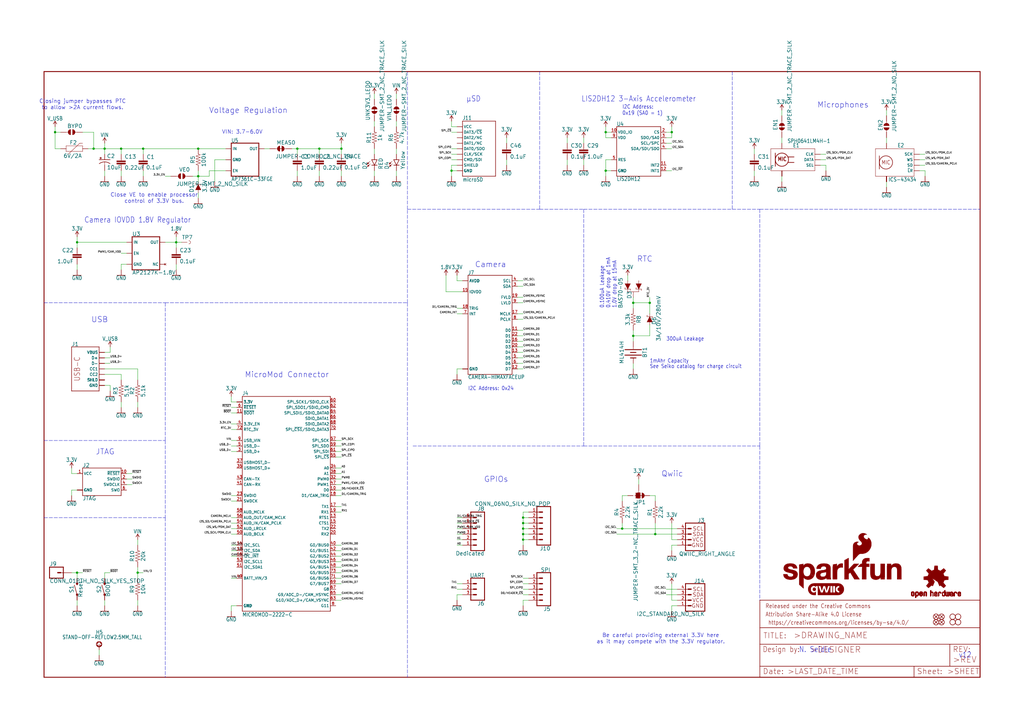
<source format=kicad_sch>
(kicad_sch (version 20211123) (generator eeschema)
  (paper "User" 472.364 332.232)
  (lib_symbols
    (symbol "eagleSchem-eagle-import:0.1UF-0603-100V-10%"
      (property "Reference" "C" (at 1.524 2.921 0))
      (property "Value" "0.1UF-0603-100V-10%" (at 1.524 -2.159 0))
      (symbol "0.1UF-0603-100V-10%_1_0"
        (pin passive line (at 0 5.08 270) (length 2.54) (name "1") (number "1"))
        (pin passive line (at 0 -2.54 90) (length 2.54) (name "2") (number "2"))
      )
    )
    (symbol "eagleSchem-eagle-import:0.1UF-0603-25V-(+80{slash}-20%)"
      (property "Reference" "C" (at 1.524 2.921 0))
      (property "Value" "0.1UF-0603-25V-(+80{slash}-20%)" (at 1.524 -2.159 0))
      (symbol "0.1UF-0603-25V-(+80{slash}-20%)_1_0"
        (pin passive line (at 0 5.08 270) (length 2.54) (name "1") (number "1"))
        (pin passive line (at 0 -2.54 90) (length 2.54) (name "2") (number "2"))
      )
    )
    (symbol "eagleSchem-eagle-import:0.22UF-0603-25V-10%"
      (property "Reference" "C" (at 1.524 2.921 0))
      (property "Value" "0.22UF-0603-25V-10%" (at 1.524 -2.159 0))
      (symbol "0.22UF-0603-25V-10%_1_0"
        (pin passive line (at 0 5.08 270) (length 2.54) (name "1") (number "1"))
        (pin passive line (at 0 -2.54 90) (length 2.54) (name "2") (number "2"))
      )
    )
    (symbol "eagleSchem-eagle-import:1.0UF-0603-16V-10%"
      (property "Reference" "C" (at 1.524 2.921 0))
      (property "Value" "1.0UF-0603-16V-10%" (at 1.524 -2.159 0))
      (symbol "1.0UF-0603-16V-10%_1_0"
        (pin passive line (at 0 5.08 270) (length 2.54) (name "1") (number "1"))
        (pin passive line (at 0 -2.54 90) (length 2.54) (name "2") (number "2"))
      )
    )
    (symbol "eagleSchem-eagle-import:1.8V" (power)
      (property "Value" "1.8V" (at 0 2.794 0))
      (symbol "1.8V_1_0"
        (pin power_in line (at 0 0 90) (length 2.54) (name "1.8V") (number "1"))
      )
    )
    (symbol "eagleSchem-eagle-import:100KOHM-0603-1{slash}10W-1%"
      (property "Reference" "R" (at 0 1.524 0))
      (property "Value" "100KOHM-0603-1{slash}10W-1%" (at 0 -1.524 0))
      (symbol "100KOHM-0603-1{slash}10W-1%_1_0"
        (pin passive line (at -5.08 0 0) (length 2.54) (name "1") (number "1"))
        (pin passive line (at 5.08 0 180) (length 2.54) (name "2") (number "2"))
      )
    )
    (symbol "eagleSchem-eagle-import:10KOHM-0603-1{slash}10W-1%"
      (property "Reference" "R" (at 0 1.524 0))
      (property "Value" "10KOHM-0603-1{slash}10W-1%" (at 0 -1.524 0))
      (symbol "10KOHM-0603-1{slash}10W-1%_1_0"
        (pin passive line (at -5.08 0 0) (length 2.54) (name "1") (number "1"))
        (pin passive line (at 5.08 0 180) (length 2.54) (name "2") (number "2"))
      )
    )
    (symbol "eagleSchem-eagle-import:10UF-POLAR-EIA3216-16V-10%(TANT)"
      (property "Reference" "C" (at 1.016 0.635 0))
      (property "Value" "10UF-POLAR-EIA3216-16V-10%(TANT)" (at 1.016 -4.191 0))
      (symbol "10UF-POLAR-EIA3216-16V-10%(TANT)_1_0"
        (pin passive line (at 0 2.54 270) (length 2.54) (name "+") (number "+"))
        (pin passive line (at 0 -5.08 90) (length 2.54) (name "-") (number "-"))
      )
    )
    (symbol "eagleSchem-eagle-import:1KOHM-0603-1{slash}10W-1%"
      (property "Reference" "R" (at 0 1.524 0))
      (property "Value" "1KOHM-0603-1{slash}10W-1%" (at 0 -1.524 0))
      (symbol "1KOHM-0603-1{slash}10W-1%_1_0"
        (pin passive line (at -5.08 0 0) (length 2.54) (name "1") (number "1"))
        (pin passive line (at 5.08 0 180) (length 2.54) (name "2") (number "2"))
      )
    )
    (symbol "eagleSchem-eagle-import:2.2KOHM-0603-1{slash}10W-1%"
      (property "Reference" "R" (at 0 1.524 0))
      (property "Value" "2.2KOHM-0603-1{slash}10W-1%" (at 0 -1.524 0))
      (symbol "2.2KOHM-0603-1{slash}10W-1%_1_0"
        (pin passive line (at -5.08 0 0) (length 2.54) (name "1") (number "1"))
        (pin passive line (at 5.08 0 180) (length 2.54) (name "2") (number "2"))
      )
    )
    (symbol "eagleSchem-eagle-import:20KOHM-0603-1{slash}10W-1%"
      (property "Reference" "R" (at 0 1.524 0))
      (property "Value" "20KOHM-0603-1{slash}10W-1%" (at 0 -1.524 0))
      (symbol "20KOHM-0603-1{slash}10W-1%_1_0"
        (pin passive line (at -5.08 0 0) (length 2.54) (name "1") (number "1"))
        (pin passive line (at 5.08 0 180) (length 2.54) (name "2") (number "2"))
      )
    )
    (symbol "eagleSchem-eagle-import:3.3KOHM-0603-1{slash}10W-1%"
      (property "Reference" "R" (at 0 1.524 0))
      (property "Value" "3.3KOHM-0603-1{slash}10W-1%" (at 0 -1.524 0))
      (symbol "3.3KOHM-0603-1{slash}10W-1%_1_0"
        (pin passive line (at -5.08 0 0) (length 2.54) (name "1") (number "1"))
        (pin passive line (at 5.08 0 180) (length 2.54) (name "2") (number "2"))
      )
    )
    (symbol "eagleSchem-eagle-import:3.3V" (power)
      (property "Value" "3.3V" (at 0 2.794 0))
      (symbol "3.3V_1_0"
        (pin power_in line (at 0 0 90) (length 2.54) (name "3.3V") (number "1"))
      )
    )
    (symbol "eagleSchem-eagle-import:4.7KOHM-0603-1{slash}10W-1%"
      (property "Reference" "R" (at 0 1.524 0))
      (property "Value" "4.7KOHM-0603-1{slash}10W-1%" (at 0 -1.524 0))
      (symbol "4.7KOHM-0603-1{slash}10W-1%_1_0"
        (pin passive line (at -5.08 0 0) (length 2.54) (name "1") (number "1"))
        (pin passive line (at 5.08 0 180) (length 2.54) (name "2") (number "2"))
      )
    )
    (symbol "eagleSchem-eagle-import:5.1KOHM5.1KOHM-0603-1{slash}10W-1%"
      (property "Reference" "R" (at 0 1.524 0))
      (property "Value" "5.1KOHM5.1KOHM-0603-1{slash}10W-1%" (at 0 -1.524 0))
      (symbol "5.1KOHM5.1KOHM-0603-1{slash}10W-1%_1_0"
        (pin passive line (at -5.08 0 0) (length 2.54) (name "1") (number "1"))
        (pin passive line (at 5.08 0 180) (length 2.54) (name "2") (number "2"))
      )
    )
    (symbol "eagleSchem-eagle-import:AP7361C-33FGEUDFN-8"
      (property "Reference" "U" (at -7.62 7.874 0))
      (property "Value" "AP7361C-33FGEUDFN-8" (at -7.62 -7.874 0))
      (symbol "AP7361C-33FGEUDFN-8_1_0"
        (pin output line (at 7.62 5.08 180) (length 2.54) (name "OUT") (number "1"))
        (pin input line (at -10.16 0 0) (length 2.54) (name "GND") (number "4"))
        (pin bidirectional line (at -10.16 -5.08 0) (length 2.54) (name "EN") (number "5"))
        (pin input line (at -10.16 5.08 0) (length 2.54) (name "IN") (number "8"))
        (pin input line (at -10.16 0 0) (length 2.54) (name "GND") (number "EP"))
      )
    )
    (symbol "eagleSchem-eagle-import:CAMERA-HIMAXFACEUP"
      (property "Reference" "J" (at -10.16 23.114 0))
      (property "Value" "CAMERA-HIMAXFACEUP" (at -10.16 -23.114 0))
      (symbol "CAMERA-HIMAXFACEUP_1_0"
        (pin bidirectional line (at -12.7 -20.32 0) (length 2.54) (name "GND") (number "10"))
        (pin bidirectional line (at 12.7 -2.54 180) (length 2.54) (name "D0") (number "11"))
        (pin bidirectional line (at 12.7 -20.32 180) (length 2.54) (name "D7") (number "12"))
        (pin bidirectional line (at 12.7 -12.7 180) (length 2.54) (name "D4") (number "13"))
        (pin bidirectional line (at -12.7 20.32 0) (length 2.54) (name "AVDD") (number "14"))
        (pin bidirectional line (at -12.7 15.24 0) (length 2.54) (name "IOVDD") (number "15"))
        (pin bidirectional line (at 12.7 -7.62 180) (length 2.54) (name "D2") (number "16"))
        (pin bidirectional line (at 12.7 5.08 180) (length 2.54) (name "MCLK") (number "17"))
        (pin bidirectional line (at -12.7 7.62 0) (length 2.54) (name "TRIG") (number "18"))
        (pin bidirectional line (at 12.7 12.7 180) (length 2.54) (name "FVLD") (number "19"))
        (pin bidirectional line (at 12.7 -10.16 180) (length 2.54) (name "D3") (number "20"))
        (pin bidirectional line (at -12.7 20.32 0) (length 2.54) (name "AVDD") (number "21"))
        (pin bidirectional line (at 12.7 -5.08 180) (length 2.54) (name "D1") (number "22"))
        (pin bidirectional line (at -12.7 -20.32 0) (length 2.54) (name "GND") (number "23"))
        (pin bidirectional line (at 12.7 17.78 180) (length 2.54) (name "SDA") (number "3"))
        (pin bidirectional line (at 12.7 20.32 180) (length 2.54) (name "SCL") (number "4"))
        (pin bidirectional line (at 12.7 -15.24 180) (length 2.54) (name "D5") (number "5"))
        (pin bidirectional line (at 12.7 -17.78 180) (length 2.54) (name "D6") (number "6"))
        (pin bidirectional line (at -12.7 5.08 0) (length 2.54) (name "INT") (number "7"))
        (pin bidirectional line (at 12.7 2.54 180) (length 2.54) (name "PCLK") (number "8"))
        (pin bidirectional line (at 12.7 10.16 180) (length 2.54) (name "LVLD") (number "9"))
        (pin bidirectional line (at -2.54 -22.86 0) (length 0) (name "MNT1") (number "MNT1"))
        (pin bidirectional line (at 2.54 -22.86 0) (length 0) (name "MNT2") (number "MNT2"))
      )
    )
    (symbol "eagleSchem-eagle-import:CONN_01PTH_NO_SILK_YES_STOP"
      (property "Reference" "J" (at -2.54 3.048 0))
      (property "Value" "CONN_01PTH_NO_SILK_YES_STOP" (at -2.54 -4.826 0))
      (symbol "CONN_01PTH_NO_SILK_YES_STOP_1_0"
        (pin passive line (at 7.62 0 180) (length 5.08) (name "1") (number "1"))
      )
    )
    (symbol "eagleSchem-eagle-import:CONN_031X03_NO_SILK"
      (property "Reference" "J" (at -2.54 5.588 0))
      (property "Value" "CONN_031X03_NO_SILK" (at -2.54 -7.366 0))
      (symbol "CONN_031X03_NO_SILK_1_0"
        (pin passive line (at 7.62 -2.54 180) (length 5.08) (name "1") (number "1"))
        (pin passive line (at 7.62 0 180) (length 5.08) (name "2") (number "2"))
        (pin passive line (at 7.62 2.54 180) (length 5.08) (name "3") (number "3"))
      )
    )
    (symbol "eagleSchem-eagle-import:CONN_05NO_SILK"
      (property "Reference" "J" (at -2.54 8.128 0))
      (property "Value" "CONN_05NO_SILK" (at -2.54 -9.906 0))
      (symbol "CONN_05NO_SILK_1_0"
        (pin passive line (at 7.62 -5.08 180) (length 5.08) (name "1") (number "1"))
        (pin passive line (at 7.62 -2.54 180) (length 5.08) (name "2") (number "2"))
        (pin passive line (at 7.62 0 180) (length 5.08) (name "3") (number "3"))
        (pin passive line (at 7.62 2.54 180) (length 5.08) (name "4") (number "4"))
        (pin passive line (at 7.62 5.08 180) (length 5.08) (name "5") (number "5"))
      )
    )
    (symbol "eagleSchem-eagle-import:CONN_06NO_SILK_NO_POP"
      (property "Reference" "J" (at -5.08 10.668 0))
      (property "Value" "CONN_06NO_SILK_NO_POP" (at -5.08 -9.906 0))
      (symbol "CONN_06NO_SILK_NO_POP_1_0"
        (pin passive line (at 5.08 -5.08 180) (length 5.08) (name "1") (number "1"))
        (pin passive line (at 5.08 -2.54 180) (length 5.08) (name "2") (number "2"))
        (pin passive line (at 5.08 0 180) (length 5.08) (name "3") (number "3"))
        (pin passive line (at 5.08 2.54 180) (length 5.08) (name "4") (number "4"))
        (pin passive line (at 5.08 5.08 180) (length 5.08) (name "5") (number "5"))
        (pin passive line (at 5.08 7.62 180) (length 5.08) (name "6") (number "6"))
      )
    )
    (symbol "eagleSchem-eagle-import:CORTEX_JTAG_DEBUG_MINIMUM_PTH"
      (property "Reference" "J" (at -10.16 7.874 0))
      (property "Value" "CORTEX_JTAG_DEBUG_MINIMUM_PTH" (at -10.16 -7.366 0))
      (symbol "CORTEX_JTAG_DEBUG_MINIMUM_PTH_1_0"
        (pin bidirectional line (at -12.7 5.08 0) (length 2.54) (name "VCC") (number "1"))
        (pin bidirectional line (at 10.16 5.08 180) (length 2.54) (name "~{RESET}") (number "10"))
        (pin bidirectional line (at 10.16 2.54 180) (length 2.54) (name "SWDIO") (number "2"))
        (pin bidirectional line (at -12.7 -2.54 0) (length 2.54) (name "GND") (number "3"))
        (pin bidirectional line (at 10.16 0 180) (length 2.54) (name "SWDCLK") (number "4"))
        (pin bidirectional line (at -12.7 -2.54 0) (length 2.54) (name "GND") (number "5"))
        (pin bidirectional line (at 10.16 -2.54 180) (length 2.54) (name "SWO") (number "6"))
        (pin bidirectional line (at -12.7 -2.54 0) (length 2.54) (name "GND") (number "9"))
      )
    )
    (symbol "eagleSchem-eagle-import:DIODE-SCHOTTKY-BAT60A"
      (property "Reference" "D" (at -2.54 2.032 0))
      (property "Value" "DIODE-SCHOTTKY-BAT60A" (at -2.54 -2.032 0))
      (symbol "DIODE-SCHOTTKY-BAT60A_1_0"
        (pin passive line (at -2.54 0 0) (length 0) (name "A") (number "A"))
        (pin passive line (at 2.54 0 180) (length 0) (name "C") (number "C"))
      )
    )
    (symbol "eagleSchem-eagle-import:DIODE-SCHOTTKY-DUAL"
      (property "Reference" "D" (at -2.54 4.572 0))
      (property "Value" "DIODE-SCHOTTKY-DUAL" (at -2.54 -4.572 0))
      (symbol "DIODE-SCHOTTKY-DUAL_1_0"
        (pin passive line (at -2.54 2.54 0) (length 0) (name "A") (number "1"))
        (pin passive line (at -2.54 -2.54 0) (length 0) (name "A1") (number "2"))
        (pin passive line (at 5.08 0 180) (length 0) (name "C") (number "3"))
      )
    )
    (symbol "eagleSchem-eagle-import:DIODE-ZENER-MM3Z3V3T1G"
      (property "Reference" "D" (at -2.54 2.032 0))
      (property "Value" "DIODE-ZENER-MM3Z3V3T1G" (at -2.54 -2.032 0))
      (symbol "DIODE-ZENER-MM3Z3V3T1G_1_0"
        (pin passive line (at -2.54 0 0) (length 0) (name "A") (number "A"))
        (pin passive line (at 2.54 0 180) (length 0) (name "C") (number "C"))
      )
    )
    (symbol "eagleSchem-eagle-import:FIDUCIALUFIDUCIAL")
    (symbol "eagleSchem-eagle-import:FRAME-LEDGER"
      (symbol "FRAME-LEDGER_2_0"
        (text " https://creativecommons.org/licenses/by-sa/4.0/" (at 2.54 24.13 0) (effects (font (size 1.9304 1.6408)) (justify left bottom)))
        (text ">DESIGNER" (at 23.114 11.176 0) (effects (font (size 2.7432 2.7432)) (justify left bottom)))
        (text ">DRAWING_NAME" (at 15.494 17.78 0) (effects (font (size 2.7432 2.7432)) (justify left bottom)))
        (text ">LAST_DATE_TIME" (at 12.7 1.27 0) (effects (font (size 2.54 2.54)) (justify left bottom)))
        (text ">REV" (at 88.9 6.604 0) (effects (font (size 2.7432 2.7432)) (justify left bottom)))
        (text ">SHEET" (at 86.36 1.27 0) (effects (font (size 2.54 2.54)) (justify left bottom)))
        (text "Attribution Share-Alike 4.0 License" (at 2.54 27.94 0) (effects (font (size 1.9304 1.6408)) (justify left bottom)))
        (text "Date:" (at 1.27 1.27 0) (effects (font (size 2.54 2.54)) (justify left bottom)))
        (text "Design by:" (at 1.27 11.43 0) (effects (font (size 2.54 2.159)) (justify left bottom)))
        (text "Released under the Creative Commons" (at 2.54 31.75 0) (effects (font (size 1.9304 1.6408)) (justify left bottom)))
        (text "REV:" (at 88.9 11.43 0) (effects (font (size 2.54 2.54)) (justify left bottom)))
        (text "Sheet:" (at 72.39 1.27 0) (effects (font (size 2.54 2.54)) (justify left bottom)))
        (text "TITLE:" (at 1.524 17.78 0) (effects (font (size 2.54 2.54)) (justify left bottom)))
      )
    )
    (symbol "eagleSchem-eagle-import:GND" (power)
      (property "Value" "GND" (at 0 -0.254 0))
      (symbol "GND_1_0"
        (pin power_in line (at 0 2.54 270) (length 2.54) (name "GND") (number "1"))
      )
    )
    (symbol "eagleSchem-eagle-import:I2C_STANDARD_NO_SILK"
      (property "Reference" "J" (at -5.08 7.874 0))
      (property "Value" "I2C_STANDARD_NO_SILK" (at -5.08 -5.334 0))
      (symbol "I2C_STANDARD_NO_SILK_1_0"
        (text "GND" (at -4.572 -2.54 0) (effects (font (size 1.778 1.778)) (justify left)))
        (text "SCL" (at -4.572 5.08 0) (effects (font (size 1.778 1.778)) (justify left)))
        (text "SDA" (at -4.572 2.54 0) (effects (font (size 1.778 1.778)) (justify left)))
        (text "VCC" (at -4.572 0 0) (effects (font (size 1.778 1.778)) (justify left)))
        (pin power_in line (at 7.62 -2.54 180) (length 5.08) (name "1") (number "1"))
        (pin power_in line (at 7.62 0 180) (length 5.08) (name "2") (number "2"))
        (pin passive line (at 7.62 2.54 180) (length 5.08) (name "3") (number "3"))
        (pin passive line (at 7.62 5.08 180) (length 5.08) (name "4") (number "4"))
      )
    )
    (symbol "eagleSchem-eagle-import:ICS-43434"
      (property "Reference" "E" (at 1.524 6.604 0))
      (property "Value" "ICS-43434" (at 2.286 -9.144 0))
      (symbol "ICS-43434_1_0"
        (text "MIC" (at -5.334 -1.27 0) (effects (font (size 1.778 1.5113))))
        (pin output line (at 10.16 0 180) (length 2.54) (name "WS") (number "1"))
        (pin input line (at 10.16 -5.08 180) (length 2.54) (name "~{L}R") (number "2"))
        (pin power_in line (at -5.08 -10.16 90) (length 2.54) (name "GND") (number "3"))
        (pin input line (at 10.16 2.54 180) (length 2.54) (name "SCK") (number "4"))
        (pin power_in line (at -5.08 7.62 270) (length 2.54) (name "VDD") (number "5"))
        (pin input line (at 10.16 -2.54 180) (length 2.54) (name "SD") (number "6"))
        (pin power_in line (at -5.08 -10.16 90) (length 2.54) (name "GND") (number "7"))
        (pin power_in line (at -5.08 -10.16 90) (length 2.54) (name "GND") (number "8"))
        (pin power_in line (at -5.08 -10.16 90) (length 2.54) (name "GND") (number "9"))
      )
    )
    (symbol "eagleSchem-eagle-import:JUMPER-COMBO_2_NC_TRACE"
      (property "Reference" "JP" (at -2.54 2.54 0))
      (property "Value" "JUMPER-COMBO_2_NC_TRACE" (at -2.54 -2.54 0))
      (symbol "JUMPER-COMBO_2_NC_TRACE_1_0"
        (pin passive line (at -5.08 0 0) (length 2.54) (name "1") (number "1"))
        (pin passive line (at 5.08 0 180) (length 2.54) (name "2") (number "2"))
        (pin passive line (at -5.08 0 0) (length 2.54) (name "1") (number "3"))
        (pin passive line (at 5.08 0 180) (length 2.54) (name "2") (number "4"))
      )
    )
    (symbol "eagleSchem-eagle-import:JUMPER-SMT_2_NC_TRACE_SILK"
      (property "Reference" "JP" (at -2.54 2.54 0))
      (property "Value" "JUMPER-SMT_2_NC_TRACE_SILK" (at -2.54 -2.54 0))
      (symbol "JUMPER-SMT_2_NC_TRACE_SILK_1_0"
        (pin passive line (at -5.08 0 0) (length 2.54) (name "1") (number "1"))
        (pin passive line (at 5.08 0 180) (length 2.54) (name "2") (number "2"))
      )
    )
    (symbol "eagleSchem-eagle-import:JUMPER-SMT_2_NO_SILK"
      (property "Reference" "JP" (at -2.54 2.54 0))
      (property "Value" "JUMPER-SMT_2_NO_SILK" (at -2.54 -2.54 0))
      (symbol "JUMPER-SMT_2_NO_SILK_1_0"
        (pin passive line (at -5.08 0 0) (length 2.54) (name "1") (number "1"))
        (pin passive line (at 5.08 0 180) (length 2.54) (name "2") (number "2"))
      )
    )
    (symbol "eagleSchem-eagle-import:JUMPER-SMT_3_2-NC_TRACE_SILK"
      (property "Reference" "JP" (at 2.54 0.381 0))
      (property "Value" "JUMPER-SMT_3_2-NC_TRACE_SILK" (at 2.54 -0.381 0))
      (symbol "JUMPER-SMT_3_2-NC_TRACE_SILK_1_0"
        (pin passive line (at 0 5.08 270) (length 2.54) (name "1") (number "1"))
        (pin passive line (at -5.08 0 0) (length 2.54) (name "2") (number "2"))
        (pin passive line (at 0 -5.08 90) (length 2.54) (name "3") (number "3"))
      )
    )
    (symbol "eagleSchem-eagle-import:LED-RED0603"
      (property "Reference" "D" (at -3.429 -4.572 90))
      (property "Value" "LED-RED0603" (at 1.905 -4.572 90))
      (symbol "LED-RED0603_1_0"
        (pin passive line (at 0 2.54 270) (length 2.54) (name "A") (number "A"))
        (pin passive line (at 0 -5.08 90) (length 2.54) (name "C") (number "C"))
      )
    )
    (symbol "eagleSchem-eagle-import:LED-YELLOW0603"
      (property "Reference" "D" (at -3.429 -4.572 90))
      (property "Value" "LED-YELLOW0603" (at 1.905 -4.572 90))
      (symbol "LED-YELLOW0603_1_0"
        (pin passive line (at 0 2.54 270) (length 2.54) (name "A") (number "A"))
        (pin passive line (at 0 -5.08 90) (length 2.54) (name "C") (number "C"))
      )
    )
    (symbol "eagleSchem-eagle-import:LIS2DH12"
      (property "Reference" "U" (at -10.16 12.954 0))
      (property "Value" "LIS2DH12" (at -10.16 -10.414 0))
      (symbol "LIS2DH12_1_0"
        (pin bidirectional line (at 12.7 5.08 180) (length 2.54) (name "SCL/SPC") (number "1"))
        (pin bidirectional line (at -12.7 10.16 0) (length 2.54) (name "VDD_IO") (number "10"))
        (pin bidirectional line (at 12.7 -5.08 180) (length 2.54) (name "INT2") (number "11"))
        (pin bidirectional line (at 12.7 -7.62 180) (length 2.54) (name "INT1") (number "12"))
        (pin bidirectional line (at 12.7 10.16 180) (length 2.54) (name "CS") (number "2"))
        (pin bidirectional line (at 12.7 7.62 180) (length 2.54) (name "SDO/SA0") (number "3"))
        (pin bidirectional line (at 12.7 2.54 180) (length 2.54) (name "SDA/SDI/SDO") (number "4"))
        (pin bidirectional line (at -12.7 -2.54 0) (length 2.54) (name "RES") (number "5"))
        (pin bidirectional line (at -12.7 -7.62 0) (length 2.54) (name "GND") (number "6"))
        (pin bidirectional line (at -12.7 -7.62 0) (length 2.54) (name "GND") (number "7"))
        (pin bidirectional line (at -12.7 -7.62 0) (length 2.54) (name "GND") (number "8"))
        (pin bidirectional line (at -12.7 7.62 0) (length 2.54) (name "VDD") (number "9"))
      )
    )
    (symbol "eagleSchem-eagle-import:MICRO-SD-SDIOPUSH-PUSH"
      (property "Reference" "J" (at -5.08 13.208 0))
      (property "Value" "MICRO-SD-SDIOPUSH-PUSH" (at -5.08 -15.24 0))
      (symbol "MICRO-SD-SDIOPUSH-PUSH_1_0"
        (pin bidirectional line (at -7.62 -7.62 0) (length 2.54) (name "SHIELD") (number "CD1"))
        (pin bidirectional line (at -7.62 7.62 0) (length 2.54) (name "DAT3/~{CS}") (number "CS/DAT3"))
        (pin bidirectional line (at -7.62 2.54 0) (length 2.54) (name "DAT1/NC") (number "DAT1"))
        (pin bidirectional line (at -7.62 5.08 0) (length 2.54) (name "DAT2/NC") (number "DAT2"))
        (pin bidirectional line (at -7.62 -5.08 0) (length 2.54) (name "CMD/SDI") (number "DI/CMD"))
        (pin bidirectional line (at -7.62 0 0) (length 2.54) (name "DAT0/SDO") (number "DO/DAT0"))
        (pin bidirectional line (at -7.62 -10.16 0) (length 2.54) (name "GND") (number "GND"))
        (pin bidirectional line (at -7.62 -10.16 0) (length 2.54) (name "GND") (number "GND1"))
        (pin bidirectional line (at -7.62 -10.16 0) (length 2.54) (name "GND") (number "GND3"))
        (pin bidirectional line (at -7.62 -2.54 0) (length 2.54) (name "CLK/SCK") (number "SCLK"))
        (pin bidirectional line (at -7.62 10.16 0) (length 2.54) (name "VCC") (number "VCC"))
      )
    )
    (symbol "eagleSchem-eagle-import:MICROMOD-2222-C"
      (property "Reference" "J" (at -20.32 53.848 0))
      (property "Value" "MICROMOD-2222-C" (at -20.32 -48.26 0))
      (symbol "MICROMOD-2222-C_1_0"
        (pin bidirectional line (at -22.86 -43.18 0) (length 2.54) (name "GND") (number "1"))
        (pin bidirectional line (at 22.86 10.16 180) (length 2.54) (name "D0") (number "10"))
        (pin bidirectional line (at -22.86 45.72 0) (length 2.54) (name "~{BOOT}") (number "11"))
        (pin bidirectional line (at -22.86 -17.78 0) (length 2.54) (name "I2C_SDA") (number "12"))
        (pin bidirectional line (at 22.86 -2.54 180) (length 2.54) (name "RTS1") (number "13"))
        (pin bidirectional line (at -22.86 -15.24 0) (length 2.54) (name "I2C_SCL") (number "14"))
        (pin bidirectional line (at 22.86 -5.08 180) (length 2.54) (name "CTS1") (number "15"))
        (pin bidirectional line (at -22.86 -20.32 0) (length 2.54) (name "I2C_~{INT}") (number "16"))
        (pin bidirectional line (at 22.86 2.54 180) (length 2.54) (name "TX1") (number "17"))
        (pin bidirectional line (at 22.86 7.62 180) (length 2.54) (name "D1/CAM_TRIG") (number "18"))
        (pin bidirectional line (at 22.86 0 180) (length 2.54) (name "RX1") (number "19"))
        (pin bidirectional line (at -22.86 50.8 0) (length 2.54) (name "3.3V") (number "2"))
        (pin bidirectional line (at 22.86 -10.16 180) (length 2.54) (name "RX2") (number "20"))
        (pin bidirectional line (at -22.86 5.08 0) (length 2.54) (name "SWDCK") (number "21"))
        (pin bidirectional line (at 22.86 -7.62 180) (length 2.54) (name "TX2") (number "22"))
        (pin bidirectional line (at -22.86 7.62 0) (length 2.54) (name "SWDIO") (number "23"))
        (pin bidirectional line (at -22.86 27.94 0) (length 2.54) (name "USB_D+") (number "3"))
        (pin bidirectional line (at 22.86 15.24 180) (length 2.54) (name "PWM0") (number "32"))
        (pin bidirectional line (at -22.86 -43.18 0) (length 2.54) (name "GND") (number "33"))
        (pin bidirectional line (at 22.86 20.32 180) (length 2.54) (name "A0") (number "34"))
        (pin bidirectional line (at -22.86 20.32 0) (length 2.54) (name "USBHOST_D+") (number "35"))
        (pin bidirectional line (at -22.86 -43.18 0) (length 2.54) (name "GND") (number "36"))
        (pin bidirectional line (at -22.86 22.86 0) (length 2.54) (name "USBHOST_D-") (number "37"))
        (pin bidirectional line (at 22.86 17.78 180) (length 2.54) (name "A1") (number "38"))
        (pin bidirectional line (at -22.86 -43.18 0) (length 2.54) (name "GND") (number "39"))
        (pin bidirectional line (at -22.86 40.64 0) (length 2.54) (name "3.3V_EN") (number "4"))
        (pin bidirectional line (at 22.86 -15.24 180) (length 2.54) (name "G0/BUS0") (number "40"))
        (pin bidirectional line (at -22.86 12.7 0) (length 2.54) (name "CAN-RX") (number "41"))
        (pin bidirectional line (at 22.86 -17.78 180) (length 2.54) (name "G1/BUS1") (number "42"))
        (pin bidirectional line (at -22.86 15.24 0) (length 2.54) (name "CAN-TX") (number "43"))
        (pin bidirectional line (at 22.86 -20.32 180) (length 2.54) (name "G2/BUS2") (number "44"))
        (pin bidirectional line (at -22.86 -43.18 0) (length 2.54) (name "GND") (number "45"))
        (pin bidirectional line (at 22.86 -22.86 180) (length 2.54) (name "G3/BUS3") (number "46"))
        (pin bidirectional line (at 22.86 12.7 180) (length 2.54) (name "PWM1") (number "47"))
        (pin bidirectional line (at 22.86 -25.4 180) (length 2.54) (name "G4/BUS4") (number "48"))
        (pin bidirectional line (at -22.86 -30.48 0) (length 2.54) (name "BATT_VIN/3") (number "49"))
        (pin bidirectional line (at -22.86 30.48 0) (length 2.54) (name "USB_D-") (number "5"))
        (pin bidirectional line (at -22.86 -10.16 0) (length 2.54) (name "AUD_BCLK") (number "50"))
        (pin bidirectional line (at -22.86 -25.4 0) (length 2.54) (name "I2C_SDA1") (number "51"))
        (pin bidirectional line (at -22.86 -7.62 0) (length 2.54) (name "AUD_LRCLK") (number "52"))
        (pin bidirectional line (at -22.86 -22.86 0) (length 2.54) (name "I2C_SCL1") (number "53"))
        (pin bidirectional line (at -22.86 -5.08 0) (length 2.54) (name "AUD_IN/CAM_PCLK") (number "54"))
        (pin bidirectional line (at 22.86 25.4 180) (length 2.54) (name "SPI_~{CS}") (number "55"))
        (pin bidirectional line (at -22.86 -2.54 0) (length 2.54) (name "AUD_OUT/CAM_MCLK") (number "56"))
        (pin bidirectional line (at 22.86 33.02 180) (length 2.54) (name "SPI_SCK") (number "57"))
        (pin bidirectional line (at -22.86 0 0) (length 2.54) (name "AUD_MCLK") (number "58"))
        (pin bidirectional line (at 22.86 30.48 180) (length 2.54) (name "SPI_SDO") (number "59"))
        (pin bidirectional line (at -22.86 48.26 0) (length 2.54) (name "~{RESET}") (number "6"))
        (pin bidirectional line (at 22.86 50.8 180) (length 2.54) (name "SPI_SCK1/SDIO_CLK") (number "60"))
        (pin bidirectional line (at 22.86 27.94 180) (length 2.54) (name "SPI_SDI") (number "61"))
        (pin bidirectional line (at 22.86 48.26 180) (length 2.54) (name "SPI_SDO1/SDIO_CMD") (number "62"))
        (pin bidirectional line (at 22.86 -40.64 180) (length 2.54) (name "G10/ADC_D+/CAM_VSYNC") (number "63"))
        (pin bidirectional line (at 22.86 45.72 180) (length 2.54) (name "SPI_SDI1/SDIO_DATA0") (number "64"))
        (pin bidirectional line (at 22.86 -38.1 180) (length 2.54) (name "G9/ADC_D-/CAM_HSYNC") (number "65"))
        (pin bidirectional line (at 22.86 43.18 180) (length 2.54) (name "SDIO_DATA1") (number "66"))
        (pin bidirectional line (at 22.86 -35.56 180) (length 2.54) (name "G8") (number "67"))
        (pin bidirectional line (at 22.86 40.64 180) (length 2.54) (name "SDIO_DATA2") (number "68"))
        (pin bidirectional line (at 22.86 -33.02 180) (length 2.54) (name "G7/BUS7") (number "69"))
        (pin bidirectional line (at -22.86 -43.18 0) (length 2.54) (name "GND") (number "7"))
        (pin bidirectional line (at 22.86 38.1 180) (length 2.54) (name "SPI_~{CS1}/SDIO_DATA3") (number "70"))
        (pin bidirectional line (at 22.86 -30.48 180) (length 2.54) (name "G6/BUS6") (number "71"))
        (pin bidirectional line (at -22.86 38.1 0) (length 2.54) (name "RTC_3V") (number "72"))
        (pin bidirectional line (at 22.86 -27.94 180) (length 2.54) (name "G5/BUS5") (number "73"))
        (pin bidirectional line (at -22.86 50.8 0) (length 2.54) (name "3.3V") (number "74"))
        (pin bidirectional line (at -22.86 -43.18 0) (length 2.54) (name "GND") (number "75"))
        (pin bidirectional line (at 22.86 -43.18 180) (length 2.54) (name "G11") (number "8"))
        (pin bidirectional line (at -22.86 33.02 0) (length 2.54) (name "USB_VIN") (number "9"))
      )
    )
    (symbol "eagleSchem-eagle-import:ML414H_IV01E_BATTERY"
      (property "Reference" "BT" (at 0 4.318 0))
      (property "Value" "ML414H_IV01E_BATTERY" (at 0 -4.318 0))
      (symbol "ML414H_IV01E_BATTERY_1_0"
        (pin power_in line (at -5.08 0 0) (length 2.54) (name "+") (number "+"))
        (pin power_in line (at 5.08 0 180) (length 2.54) (name "-") (number "-"))
      )
    )
    (symbol "eagleSchem-eagle-import:MOMENTARY-SWITCH-SPST-SMD-5.2-TALL-REDUNDANT"
      (property "Reference" "S" (at 0 1.524 0))
      (property "Value" "MOMENTARY-SWITCH-SPST-SMD-5.2-TALL-REDUNDANT" (at 0 -0.508 0))
      (symbol "MOMENTARY-SWITCH-SPST-SMD-5.2-TALL-REDUNDANT_1_0"
        (pin passive line (at -5.08 0 0) (length 2.54) (name "1") (number "1"))
        (pin passive line (at -5.08 0 0) (length 2.54) (name "1") (number "2"))
        (pin passive line (at 5.08 0 180) (length 2.54) (name "2") (number "3"))
        (pin passive line (at 5.08 0 180) (length 2.54) (name "2") (number "4"))
      )
    )
    (symbol "eagleSchem-eagle-import:OSHW-LOGOMINI")
    (symbol "eagleSchem-eagle-import:PPTC_6V2A"
      (property "Reference" "F" (at 1.905 3.175 0))
      (property "Value" "PPTC_6V2A" (at 1.27 -2.794 0))
      (symbol "PPTC_6V2A_1_0"
        (pin bidirectional line (at -5.08 0 0) (length 2.54) (name "1") (number "1"))
        (pin bidirectional line (at 7.62 0 180) (length 2.54) (name "2") (number "2"))
      )
    )
    (symbol "eagleSchem-eagle-import:QWIIC_CONNECTORJS-1MM"
      (property "Reference" "J" (at -5.08 7.874 0))
      (property "Value" "QWIIC_CONNECTORJS-1MM" (at -5.08 -5.334 0))
      (symbol "QWIIC_CONNECTORJS-1MM_1_0"
        (text "GND" (at -4.572 -2.54 0) (effects (font (size 1.778 1.778)) (justify left)))
        (text "SCL" (at -4.572 5.08 0) (effects (font (size 1.778 1.778)) (justify left)))
        (text "SDA" (at -4.572 2.54 0) (effects (font (size 1.778 1.778)) (justify left)))
        (text "VCC" (at -4.572 0 0) (effects (font (size 1.778 1.778)) (justify left)))
        (pin power_in line (at 7.62 -2.54 180) (length 5.08) (name "1") (number "1"))
        (pin power_in line (at 7.62 0 180) (length 5.08) (name "2") (number "2"))
        (pin passive line (at 7.62 2.54 180) (length 5.08) (name "3") (number "3"))
        (pin passive line (at 7.62 5.08 180) (length 5.08) (name "4") (number "4"))
      )
    )
    (symbol "eagleSchem-eagle-import:QWIIC_LOGO_CONNECTOR")
    (symbol "eagleSchem-eagle-import:SFE_LOGO_NAME_FLAME.1_INCH")
    (symbol "eagleSchem-eagle-import:SPH0641LM4H-1_MICROPHONE"
      (property "Reference" "E" (at 1.524 6.604 0))
      (property "Value" "SPH0641LM4H-1_MICROPHONE" (at 2.286 -6.604 0))
      (symbol "SPH0641LM4H-1_MICROPHONE_1_0"
        (text "MIC" (at -7.112 -0.762 0) (effects (font (size 1.778 1.5113) (thickness 0.3023) bold) (justify left bottom)))
        (pin output line (at 12.7 0 180) (length 2.54) (name "DATA") (number "1"))
        (pin input line (at 12.7 -2.54 180) (length 2.54) (name "SEL") (number "2"))
        (pin power_in line (at -5.08 -7.62 90) (length 2.54) (name "GND") (number "3"))
        (pin input line (at 12.7 2.54 180) (length 2.54) (name "CLK") (number "4"))
        (pin power_in line (at -5.08 7.62 270) (length 2.54) (name "VDD") (number "5"))
        (pin power_in line (at -5.08 -7.62 90) (length 2.54) (name "GND") (number "6"))
        (pin power_in line (at -5.08 -7.62 90) (length 2.54) (name "GND") (number "7"))
        (pin power_in line (at -5.08 -7.62 90) (length 2.54) (name "GND") (number "8"))
      )
    )
    (symbol "eagleSchem-eagle-import:STAND-OFF")
    (symbol "eagleSchem-eagle-import:STAND-OFF-REFLOW2.5MM_TALL"
      (property "Reference" "H" (at -2.54 2.54 0))
      (property "Value" "STAND-OFF-REFLOW2.5MM_TALL" (at 2.54 0 0))
      (symbol "STAND-OFF-REFLOW2.5MM_TALL_1_0"
        (pin bidirectional line (at 0 -2.54 90) (length 2.54) (name "1") (number "1"))
      )
    )
    (symbol "eagleSchem-eagle-import:TEST-POINT3X5"
      (property "Reference" "TP" (at -2.54 2.54 0))
      (property "Value" "TEST-POINT3X5" (at -2.54 -2.54 0))
      (symbol "TEST-POINT3X5_1_0"
        (pin bidirectional line (at 0 0 180) (length 0) (name "1") (number "P$1"))
      )
    )
    (symbol "eagleSchem-eagle-import:USB_C_2-LAYER_PADS"
      (property "Reference" "J" (at -2.54 10.414 0))
      (property "Value" "USB_C_2-LAYER_PADS" (at -2.54 -12.446 0))
      (symbol "USB_C_2-LAYER_PADS_1_0"
        (text "USB-C" (at 0 0 900) (effects (font (size 2.54 2.159))))
        (pin bidirectional line (at 12.7 0 180) (length 2.54) (name "CC1") (number "A5"))
        (pin bidirectional line (at 12.7 5.08 180) (length 2.54) (name "D+") (number "A6"))
        (pin bidirectional line (at 12.7 2.54 180) (length 2.54) (name "D-") (number "A7"))
        (pin bidirectional line (at 12.7 -2.54 180) (length 2.54) (name "CC2") (number "B5"))
        (pin bidirectional line (at 12.7 5.08 180) (length 2.54) (name "D+") (number "B6"))
        (pin bidirectional line (at 12.7 2.54 180) (length 2.54) (name "D-") (number "B7"))
        (pin bidirectional line (at 12.7 -7.62 180) (length 2.54) (name "GND") (number "GND"))
        (pin bidirectional line (at 12.7 -7.62 180) (length 2.54) (name "GND") (number "GND2"))
        (pin bidirectional line (at 12.7 -5.08 180) (length 2.54) (name "SHLD") (number "SHLD1"))
        (pin bidirectional line (at 12.7 -5.08 180) (length 2.54) (name "SHLD") (number "SHLD2"))
        (pin bidirectional line (at 12.7 -5.08 180) (length 2.54) (name "SHLD") (number "SHLD3"))
        (pin bidirectional line (at 12.7 -5.08 180) (length 2.54) (name "SHLD") (number "SHLD4"))
        (pin bidirectional line (at 12.7 7.62 180) (length 2.54) (name "VBUS") (number "VBUS1"))
        (pin bidirectional line (at 12.7 7.62 180) (length 2.54) (name "VBUS") (number "VBUS2"))
      )
    )
    (symbol "eagleSchem-eagle-import:VIN" (power)
      (property "Value" "VIN" (at 0 2.794 0))
      (symbol "VIN_1_0"
        (pin power_in line (at 0 0 90) (length 2.54) (name "VIN") (number "1"))
      )
    )
    (symbol "eagleSchem-eagle-import:V_REG_AP2127K-1.8V"
      (property "Reference" "U" (at -7.62 7.874 0))
      (property "Value" "V_REG_AP2127K-1.8V" (at -7.62 -7.874 0))
      (symbol "V_REG_AP2127K-1.8V_1_0"
        (pin input line (at -10.16 5.08 0) (length 2.54) (name "IN") (number "1"))
        (pin input line (at -10.16 -5.08 0) (length 2.54) (name "GND") (number "2"))
        (pin input line (at -10.16 0 0) (length 2.54) (name "EN") (number "3"))
        (pin no_connect line (at 7.62 -5.08 180) (length 2.54) (name "NC") (number "4"))
        (pin passive line (at 7.62 5.08 180) (length 2.54) (name "OUT") (number "5"))
      )
    )
    (symbol "eagleSchem-eagle-import:V_USB" (power)
      (property "Value" "V_USB" (at 0 2.794 0))
      (symbol "V_USB_1_0"
        (pin power_in line (at 0 0 90) (length 2.54) (name "V_USB") (number "1"))
      )
    )
  )
  (junction (at 241.3 246.38))
  (junction (at 91.44 81.28))
  (junction (at 241.3 248.92))
  (junction (at 91.44 68.58))
  (junction (at 137.16 68.58))
  (junction (at 48.26 68.58))
  (junction (at 302.26 246.38))
  (junction (at 292.1 139.7))
  (junction (at 63.5 264.16))
  (junction (at 287.02 243.84))
  (junction (at 279.4 78.74))
  (junction (at 241.3 243.84))
  (junction (at 147.32 68.58))
  (junction (at 55.88 68.58))
  (junction (at 35.56 264.16))
  (junction (at 241.3 238.76))
  (junction (at 157.48 68.58))
  (junction (at 279.4 60.96))
  (junction (at 309.88 60.96))
  (junction (at 208.28 78.74))
  (junction (at 81.28 111.76))
  (junction (at 299.72 139.7))
  (junction (at 35.56 111.76))
  (junction (at 241.3 241.3))
  (junction (at 25.4 60.96))
  (junction (at 43.18 68.58))
  (junction (at 292.1 154.94))
  (junction (at 66.04 68.58))
  (wire (pts (xy 241.3 246.38) (xy 241.3 248.92)))
  (wire (pts (xy 157.48 81.28) (xy 157.48 78.74)))
  (wire (pts (xy 238.76 157.48) (xy 241.3 157.48)))
  (wire (pts (xy 241.3 236.22) (xy 241.3 238.76)))
  (wire (pts (xy 35.56 266.7) (xy 35.56 264.16)))
  (wire (pts (xy 292.1 154.94) (xy 299.72 154.94)))
  (wire (pts (xy 91.44 81.28) (xy 96.52 81.28)))
  (wire (pts (xy 309.88 63.5) (xy 309.88 60.96)))
  (wire (pts (xy 243.84 269.24) (xy 241.3 269.24)))
  (wire (pts (xy 213.36 241.3) (xy 210.82 241.3)))
  (wire (pts (xy 109.22 195.58) (xy 106.68 195.58)))
  (polyline (pts (xy 76.2 139.7) (xy 76.2 203.2)))
  (polyline (pts (xy 76.2 203.2) (xy 76.2 238.76)))
  (wire (pts (xy 58.42 220.98) (xy 60.96 220.98)))
  (wire (pts (xy 63.5 187.96) (xy 63.5 185.42)))
  (wire (pts (xy 99.06 73.66) (xy 99.06 83.82)))
  (polyline (pts (xy 350.52 205.74) (xy 350.52 276.86)))
  (polyline (pts (xy 350.52 96.52) (xy 452.12 96.52)))
  (wire (pts (xy 292.1 139.7) (xy 292.1 142.24)))
  (wire (pts (xy 213.36 243.84) (xy 210.82 243.84)))
  (wire (pts (xy 106.68 185.42) (xy 106.68 182.88)))
  (wire (pts (xy 154.94 256.54) (xy 157.48 256.54)))
  (wire (pts (xy 213.36 129.54) (xy 210.82 129.54)))
  (wire (pts (xy 40.64 68.58) (xy 43.18 68.58)))
  (wire (pts (xy 109.22 187.96) (xy 106.68 187.96)))
  (wire (pts (xy 210.82 60.96) (xy 208.28 60.96)))
  (wire (pts (xy 137.16 81.28) (xy 137.16 78.74)))
  (wire (pts (xy 302.26 241.3) (xy 302.26 246.38)))
  (polyline (pts (xy 269.24 96.52) (xy 269.24 205.74)))
  (wire (pts (xy 154.94 223.52) (xy 157.48 223.52)))
  (wire (pts (xy 109.22 246.38) (xy 106.68 246.38)))
  (wire (pts (xy 48.26 266.7) (xy 48.26 264.16)))
  (wire (pts (xy 238.76 162.56) (xy 241.3 162.56)))
  (wire (pts (xy 124.46 68.58) (xy 121.92 68.58)))
  (wire (pts (xy 424.18 76.2) (xy 426.72 76.2)))
  (wire (pts (xy 210.82 172.72) (xy 210.82 170.18)))
  (wire (pts (xy 347.98 81.28) (xy 347.98 78.74)))
  (wire (pts (xy 109.22 231.14) (xy 106.68 231.14)))
  (wire (pts (xy 45.72 302.26) (xy 45.72 299.72)))
  (wire (pts (xy 360.68 81.28) (xy 360.68 83.82)))
  (wire (pts (xy 243.84 241.3) (xy 241.3 241.3)))
  (wire (pts (xy 63.5 264.16) (xy 66.04 264.16)))
  (wire (pts (xy 213.36 144.78) (xy 210.82 144.78)))
  (wire (pts (xy 309.88 276.86) (xy 309.88 269.24)))
  (wire (pts (xy 91.44 68.58) (xy 66.04 68.58)))
  (wire (pts (xy 182.88 58.42) (xy 182.88 55.88)))
  (wire (pts (xy 292.1 139.7) (xy 299.72 139.7)))
  (wire (pts (xy 243.84 236.22) (xy 241.3 236.22)))
  (wire (pts (xy 299.72 139.7) (xy 299.72 137.16)))
  (wire (pts (xy 33.02 264.16) (xy 35.56 264.16)))
  (wire (pts (xy 241.3 248.92) (xy 241.3 251.46)))
  (wire (pts (xy 241.3 276.86) (xy 241.3 279.4)))
  (wire (pts (xy 154.94 203.2) (xy 157.48 203.2)))
  (wire (pts (xy 172.72 58.42) (xy 172.72 55.88)))
  (wire (pts (xy 281.94 78.74) (xy 279.4 78.74)))
  (wire (pts (xy 287.02 243.84) (xy 284.48 243.84)))
  (wire (pts (xy 213.36 238.76) (xy 210.82 238.76)))
  (wire (pts (xy 154.94 233.68) (xy 157.48 233.68)))
  (wire (pts (xy 91.44 91.44) (xy 91.44 88.9)))
  (wire (pts (xy 307.34 66.04) (xy 309.88 66.04)))
  (wire (pts (xy 302.26 246.38) (xy 284.48 246.38)))
  (wire (pts (xy 154.94 218.44) (xy 157.48 218.44)))
  (wire (pts (xy 50.8 162.56) (xy 50.8 160.02)))
  (wire (pts (xy 287.02 241.3) (xy 287.02 243.84)))
  (wire (pts (xy 243.84 238.76) (xy 241.3 238.76)))
  (wire (pts (xy 109.22 208.28) (xy 106.68 208.28)))
  (polyline (pts (xy 350.52 96.52) (xy 350.52 205.74)))
  (wire (pts (xy 76.2 111.76) (xy 81.28 111.76)))
  (wire (pts (xy 213.36 274.32) (xy 210.82 274.32)))
  (wire (pts (xy 241.3 241.3) (xy 241.3 243.84)))
  (wire (pts (xy 299.72 154.94) (xy 299.72 149.86)))
  (wire (pts (xy 48.26 71.12) (xy 48.26 68.58)))
  (wire (pts (xy 238.76 137.16) (xy 241.3 137.16)))
  (wire (pts (xy 309.88 248.92) (xy 309.88 241.3)))
  (wire (pts (xy 33.02 226.06) (xy 33.02 228.6)))
  (polyline (pts (xy 337.82 96.52) (xy 350.52 96.52)))
  (wire (pts (xy 104.14 73.66) (xy 99.06 73.66)))
  (wire (pts (xy 35.56 124.46) (xy 35.56 121.92)))
  (wire (pts (xy 48.26 167.64) (xy 50.8 167.64)))
  (wire (pts (xy 281.94 63.5) (xy 279.4 63.5)))
  (wire (pts (xy 91.44 83.82) (xy 91.44 81.28)))
  (wire (pts (xy 309.88 251.46) (xy 309.88 254)))
  (wire (pts (xy 109.22 198.12) (xy 106.68 198.12)))
  (wire (pts (xy 312.42 276.86) (xy 309.88 276.86)))
  (wire (pts (xy 109.22 243.84) (xy 106.68 243.84)))
  (wire (pts (xy 360.68 63.5) (xy 360.68 66.04)))
  (wire (pts (xy 48.26 279.4) (xy 48.26 276.86)))
  (wire (pts (xy 134.62 68.58) (xy 137.16 68.58)))
  (wire (pts (xy 294.64 220.98) (xy 294.64 223.52)))
  (wire (pts (xy 309.88 60.96) (xy 309.88 58.42)))
  (wire (pts (xy 347.98 71.12) (xy 347.98 68.58)))
  (wire (pts (xy 238.76 154.94) (xy 241.3 154.94)))
  (wire (pts (xy 213.36 170.18) (xy 210.82 170.18)))
  (wire (pts (xy 233.68 76.2) (xy 233.68 73.66)))
  (wire (pts (xy 307.34 78.74) (xy 309.88 78.74)))
  (wire (pts (xy 312.42 246.38) (xy 302.26 246.38)))
  (wire (pts (xy 213.36 251.46) (xy 210.82 251.46)))
  (wire (pts (xy 172.72 81.28) (xy 172.72 78.74)))
  (wire (pts (xy 55.88 187.96) (xy 55.88 185.42)))
  (polyline (pts (xy 190.5 205.74) (xy 269.24 205.74)))
  (wire (pts (xy 154.94 269.24) (xy 157.48 269.24)))
  (wire (pts (xy 35.56 218.44) (xy 33.02 218.44)))
  (wire (pts (xy 210.82 76.2) (xy 208.28 76.2)))
  (wire (pts (xy 208.28 78.74) (xy 208.28 81.28)))
  (wire (pts (xy 307.34 60.96) (xy 309.88 60.96)))
  (wire (pts (xy 38.1 60.96) (xy 43.18 60.96)))
  (wire (pts (xy 38.1 264.16) (xy 35.56 264.16)))
  (wire (pts (xy 81.28 111.76) (xy 81.28 114.3)))
  (wire (pts (xy 157.48 66.04) (xy 157.48 68.58)))
  (wire (pts (xy 210.82 129.54) (xy 210.82 127)))
  (wire (pts (xy 208.28 58.42) (xy 210.82 58.42)))
  (wire (pts (xy 238.76 147.32) (xy 241.3 147.32)))
  (polyline (pts (xy 269.24 205.74) (xy 350.52 205.74)))
  (wire (pts (xy 35.56 111.76) (xy 35.56 114.3)))
  (wire (pts (xy 154.94 210.82) (xy 157.48 210.82)))
  (wire (pts (xy 91.44 78.74) (xy 91.44 81.28)))
  (wire (pts (xy 154.94 264.16) (xy 157.48 264.16)))
  (wire (pts (xy 96.52 78.74) (xy 104.14 78.74)))
  (wire (pts (xy 137.16 71.12) (xy 137.16 68.58)))
  (wire (pts (xy 55.88 172.72) (xy 55.88 175.26)))
  (polyline (pts (xy 187.96 96.52) (xy 248.92 96.52)))
  (wire (pts (xy 307.34 63.5) (xy 309.88 63.5)))
  (wire (pts (xy 109.22 190.5) (xy 106.68 190.5)))
  (wire (pts (xy 213.36 134.62) (xy 205.74 134.62)))
  (wire (pts (xy 43.18 68.58) (xy 48.26 68.58)))
  (polyline (pts (xy 248.92 33.02) (xy 248.92 96.52)))
  (wire (pts (xy 426.72 78.74) (xy 426.72 81.28)))
  (polyline (pts (xy 76.2 238.76) (xy 76.2 312.42)))
  (wire (pts (xy 48.26 81.28) (xy 48.26 78.74)))
  (wire (pts (xy 154.94 261.62) (xy 157.48 261.62)))
  (wire (pts (xy 287.02 228.6) (xy 289.56 228.6)))
  (wire (pts (xy 243.84 243.84) (xy 241.3 243.84)))
  (wire (pts (xy 63.5 276.86) (xy 63.5 279.4)))
  (polyline (pts (xy 269.24 96.52) (xy 337.82 96.52)))
  (wire (pts (xy 58.42 223.52) (xy 60.96 223.52)))
  (wire (pts (xy 48.26 264.16) (xy 50.8 264.16)))
  (wire (pts (xy 243.84 274.32) (xy 241.3 274.32)))
  (wire (pts (xy 48.26 177.8) (xy 50.8 177.8)))
  (wire (pts (xy 299.72 228.6) (xy 302.26 228.6)))
  (wire (pts (xy 424.18 78.74) (xy 426.72 78.74)))
  (polyline (pts (xy 187.96 139.7) (xy 187.96 96.52)))
  (wire (pts (xy 78.74 81.28) (xy 76.2 81.28)))
  (wire (pts (xy 154.94 274.32) (xy 157.48 274.32)))
  (wire (pts (xy 182.88 43.18) (xy 182.88 45.72)))
  (wire (pts (xy 243.84 266.7) (xy 241.3 266.7)))
  (wire (pts (xy 210.82 73.66) (xy 208.28 73.66)))
  (wire (pts (xy 154.94 226.06) (xy 157.48 226.06)))
  (wire (pts (xy 312.42 248.92) (xy 309.88 248.92)))
  (wire (pts (xy 81.28 124.46) (xy 81.28 121.92)))
  (wire (pts (xy 238.76 160.02) (xy 241.3 160.02)))
  (wire (pts (xy 299.72 144.78) (xy 299.72 139.7)))
  (wire (pts (xy 157.48 68.58) (xy 157.48 71.12)))
  (wire (pts (xy 63.5 264.16) (xy 63.5 266.7)))
  (wire (pts (xy 81.28 109.22) (xy 81.28 111.76)))
  (wire (pts (xy 309.88 279.4) (xy 309.88 281.94)))
  (wire (pts (xy 63.5 248.92) (xy 63.5 251.46)))
  (wire (pts (xy 55.88 68.58) (xy 48.26 68.58)))
  (wire (pts (xy 243.84 246.38) (xy 241.3 246.38)))
  (wire (pts (xy 307.34 68.58) (xy 309.88 68.58)))
  (wire (pts (xy 279.4 73.66) (xy 279.4 78.74)))
  (wire (pts (xy 208.28 55.88) (xy 208.28 58.42)))
  (wire (pts (xy 213.36 271.78) (xy 210.82 271.78)))
  (wire (pts (xy 408.94 86.36) (xy 408.94 83.82)))
  (wire (pts (xy 55.88 81.28) (xy 55.88 78.74)))
  (wire (pts (xy 109.22 279.4) (xy 106.68 279.4)))
  (polyline (pts (xy 187.96 96.52) (xy 187.96 33.02)))
  (wire (pts (xy 109.22 185.42) (xy 106.68 185.42)))
  (wire (pts (xy 238.76 165.1) (xy 241.3 165.1)))
  (wire (pts (xy 35.56 111.76) (xy 58.42 111.76)))
  (wire (pts (xy 55.88 68.58) (xy 55.88 71.12)))
  (wire (pts (xy 172.72 45.72) (xy 172.72 43.18)))
  (wire (pts (xy 172.72 71.12) (xy 172.72 68.58)))
  (wire (pts (xy 109.22 266.7) (xy 106.68 266.7)))
  (wire (pts (xy 43.18 60.96) (xy 43.18 68.58)))
  (wire (pts (xy 238.76 129.54) (xy 241.3 129.54)))
  (polyline (pts (xy 20.32 203.2) (xy 76.2 203.2)))
  (wire (pts (xy 154.94 259.08) (xy 157.48 259.08)))
  (wire (pts (xy 292.1 154.94) (xy 292.1 157.48)))
  (wire (pts (xy 96.52 81.28) (xy 96.52 78.74)))
  (wire (pts (xy 66.04 68.58) (xy 55.88 68.58)))
  (wire (pts (xy 210.82 276.86) (xy 210.82 274.32)))
  (polyline (pts (xy 20.32 139.7) (xy 76.2 139.7)))
  (wire (pts (xy 58.42 218.44) (xy 60.96 218.44)))
  (wire (pts (xy 287.02 231.14) (xy 287.02 228.6)))
  (wire (pts (xy 360.68 50.8) (xy 360.68 53.34)))
  (wire (pts (xy 109.22 251.46) (xy 106.68 251.46)))
  (wire (pts (xy 48.26 172.72) (xy 55.88 172.72)))
  (wire (pts (xy 238.76 139.7) (xy 241.3 139.7)))
  (wire (pts (xy 58.42 121.92) (xy 55.88 121.92)))
  (wire (pts (xy 408.94 63.5) (xy 408.94 66.04)))
  (wire (pts (xy 66.04 71.12) (xy 66.04 68.58)))
  (wire (pts (xy 408.94 50.8) (xy 408.94 53.34)))
  (wire (pts (xy 261.62 73.66) (xy 261.62 76.2)))
  (wire (pts (xy 88.9 81.28) (xy 91.44 81.28)))
  (wire (pts (xy 238.76 167.64) (xy 241.3 167.64)))
  (wire (pts (xy 241.3 243.84) (xy 241.3 246.38)))
  (wire (pts (xy 109.22 256.54) (xy 106.68 256.54)))
  (wire (pts (xy 154.94 266.7) (xy 157.48 266.7)))
  (wire (pts (xy 154.94 220.98) (xy 157.48 220.98)))
  (wire (pts (xy 83.82 111.76) (xy 81.28 111.76)))
  (wire (pts (xy 424.18 71.12) (xy 426.72 71.12)))
  (wire (pts (xy 312.42 271.78) (xy 307.34 271.78)))
  (wire (pts (xy 48.26 170.18) (xy 63.5 170.18)))
  (wire (pts (xy 109.22 205.74) (xy 106.68 205.74)))
  (wire (pts (xy 154.94 208.28) (xy 157.48 208.28)))
  (wire (pts (xy 279.4 58.42) (xy 279.4 60.96)))
  (wire (pts (xy 213.36 248.92) (xy 210.82 248.92)))
  (wire (pts (xy 312.42 243.84) (xy 287.02 243.84)))
  (wire (pts (xy 213.36 269.24) (xy 210.82 269.24)))
  (wire (pts (xy 182.88 71.12) (xy 182.88 68.58)))
  (wire (pts (xy 109.22 203.2) (xy 106.68 203.2)))
  (wire (pts (xy 381 76.2) (xy 381 78.74)))
  (wire (pts (xy 35.56 276.86) (xy 35.56 279.4)))
  (wire (pts (xy 154.94 205.74) (xy 157.48 205.74)))
  (wire (pts (xy 50.8 177.8) (xy 50.8 180.34)))
  (wire (pts (xy 281.94 60.96) (xy 279.4 60.96)))
  (wire (pts (xy 66.04 81.28) (xy 66.04 78.74)))
  (wire (pts (xy 243.84 276.86) (xy 241.3 276.86)))
  (wire (pts (xy 154.94 236.22) (xy 157.48 236.22)))
  (polyline (pts (xy 20.32 238.76) (xy 76.2 238.76)))
  (wire (pts (xy 104.14 68.58) (xy 91.44 68.58)))
  (wire (pts (xy 281.94 73.66) (xy 279.4 73.66)))
  (wire (pts (xy 378.46 76.2) (xy 381 76.2)))
  (wire (pts (xy 210.82 68.58) (xy 208.28 68.58)))
  (wire (pts (xy 243.84 248.92) (xy 241.3 248.92)))
  (wire (pts (xy 63.5 261.62) (xy 63.5 264.16)))
  (wire (pts (xy 48.26 165.1) (xy 50.8 165.1)))
  (wire (pts (xy 154.94 228.6) (xy 157.48 228.6)))
  (wire (pts (xy 238.76 170.18) (xy 241.3 170.18)))
  (wire (pts (xy 63.5 170.18) (xy 63.5 175.26)))
  (polyline (pts (xy 187.96 139.7) (xy 187.96 312.42)))
  (wire (pts (xy 147.32 81.28) (xy 147.32 78.74)))
  (wire (pts (xy 48.26 66.04) (xy 48.26 68.58)))
  (wire (pts (xy 48.26 162.56) (xy 50.8 162.56)))
  (wire (pts (xy 208.28 76.2) (xy 208.28 78.74)))
  (wire (pts (xy 292.1 152.4) (xy 292.1 154.94)))
  (wire (pts (xy 154.94 254) (xy 157.48 254)))
  (wire (pts (xy 312.42 251.46) (xy 309.88 251.46)))
  (wire (pts (xy 238.76 152.4) (xy 241.3 152.4)))
  (wire (pts (xy 106.68 279.4) (xy 106.68 281.94)))
  (wire (pts (xy 154.94 215.9) (xy 157.48 215.9)))
  (polyline (pts (xy 76.2 139.7) (xy 187.96 139.7)))
  (wire (pts (xy 292.1 167.64) (xy 292.1 170.18)))
  (wire (pts (xy 213.36 246.38) (xy 210.82 246.38)))
  (wire (pts (xy 27.94 60.96) (xy 25.4 60.96)))
  (wire (pts (xy 243.84 271.78) (xy 241.3 271.78)))
  (wire (pts (xy 147.32 68.58) (xy 157.48 68.58)))
  (wire (pts (xy 312.42 279.4) (xy 309.88 279.4)))
  (polyline (pts (xy 337.82 33.02) (xy 337.82 96.52)))
  (wire (pts (xy 378.46 73.66) (xy 381 73.66)))
  (wire (pts (xy 279.4 78.74) (xy 279.4 81.28)))
  (wire (pts (xy 25.4 60.96) (xy 25.4 68.58)))
  (wire (pts (xy 302.26 228.6) (xy 302.26 231.14)))
  (wire (pts (xy 378.46 71.12) (xy 381 71.12)))
  (wire (pts (xy 58.42 116.84) (xy 55.88 116.84)))
  (wire (pts (xy 233.68 66.04) (xy 233.68 63.5)))
  (wire (pts (xy 25.4 58.42) (xy 25.4 60.96)))
  (wire (pts (xy 109.22 254) (xy 106.68 254)))
  (polyline (pts (xy 248.92 96.52) (xy 269.24 96.52)))
  (wire (pts (xy 312.42 274.32) (xy 307.34 274.32)))
  (wire (pts (xy 279.4 63.5) (xy 279.4 60.96)))
  (wire (pts (xy 109.22 238.76) (xy 106.68 238.76)))
  (wire (pts (xy 154.94 251.46) (xy 157.48 251.46)))
  (wire (pts (xy 35.56 111.76) (xy 35.56 109.22)))
  (wire (pts (xy 238.76 144.78) (xy 241.3 144.78)))
  (wire (pts (xy 33.02 218.44) (xy 33.02 215.9)))
  (wire (pts (xy 137.16 68.58) (xy 147.32 68.58)))
  (wire (pts (xy 210.82 71.12) (xy 208.28 71.12)))
  (wire (pts (xy 238.76 132.08) (xy 241.3 132.08)))
  (wire (pts (xy 261.62 66.04) (xy 261.62 63.5)))
  (wire (pts (xy 182.88 81.28) (xy 182.88 78.74)))
  (wire (pts (xy 25.4 68.58) (xy 27.94 68.58)))
  (wire (pts (xy 35.56 226.06) (xy 33.02 226.06)))
  (wire (pts (xy 109.22 228.6) (xy 106.68 228.6)))
  (wire (pts (xy 269.24 66.04) (xy 269.24 63.5)))
  (wire (pts (xy 213.36 142.24) (xy 210.82 142.24)))
  (wire (pts (xy 109.22 241.3) (xy 106.68 241.3)))
  (wire (pts (xy 210.82 78.74) (xy 208.28 78.74)))
  (wire (pts (xy 55.88 121.92) (xy 55.88 124.46)))
  (wire (pts (xy 205.74 134.62) (xy 205.74 127)))
  (wire (pts (xy 241.3 238.76) (xy 241.3 241.3)))
  (wire (pts (xy 154.94 276.86) (xy 157.48 276.86)))
  (wire (pts (xy 147.32 68.58) (xy 147.32 71.12)))
  (wire (pts (xy 269.24 73.66) (xy 269.24 76.2)))
  (wire (pts (xy 289.56 127) (xy 289.56 129.54)))
  (wire (pts (xy 292.1 137.16) (xy 292.1 139.7)))
  (wire (pts (xy 424.18 73.66) (xy 426.72 73.66)))
  (text "GPIOs" (at 228.854 221.234 180) (effects (font (size 2.54 2.54))))
  (text "1mAhr Capacity" (at 299.72 167.64 180) (effects (font (size 1.778 1.5113)) (justify left bottom)))
  (text "Microphones" (at 388.874 48.514 180) (effects (font (size 2.54 2.54))))
  (text "I2C Address: 0x24" (at 215.9 180.34 180) (effects (font (size 1.778 1.5113)) (justify left bottom)))
  (text "Camera" (at 226.314 122.174 180) (effects (font (size 2.54 2.54))))
  (text "v12" (at 442.214 303.784 180) (effects (font (size 2.54 2.159)) (justify left bottom)))
  (text "N. Seidle" (at 368.554 301.244 180) (effects (font (size 2.54 2.159)) (justify left bottom)))
  (text "See Seiko catalog for charge circuit" (at 299.72 170.18 180) (effects (font (size 1.778 1.5113)) (justify left bottom)))
  (text "0.100uA Leakage\n0.410V drop at 1mA\n1.0V drop at 15mA" (at 284.48 142.24 90) (effects (font (size 1.778 1.5113)) (justify left bottom)))
  (text "VIN: 3.7-6.0V" (at 111.76 60.96 180) (effects (font (size 1.778 1.778))))
  (text "Be careful providing external 3.3V here\nas it may compete with the 3.3V regulator." (at 304.8 294.64 0) (effects (font (size 1.778 1.778))))
  (text "RTC" (at 297.434 119.634 180) (effects (font (size 2.54 2.54))))
  (text "Camera IOVDD 1.8V Regulator" (at 63.5 101.6 180) (effects (font (size 2.54 2.159))))
  (text "USB" (at 45.974 147.574 180) (effects (font (size 2.54 2.54))))
  (text "LIS2DH12 3-Axis Accelerometer" (at 294.64 45.72 180) (effects (font (size 2.54 2.159))))
  (text "I2C Address:\n0x19 (SA0 = 1)" (at 287.02 53.34 180) (effects (font (size 1.778 1.5113)) (justify left bottom)))
  (text "μSD" (at 218.44 45.72 180) (effects (font (size 2.54 2.159))))
  (text "Voltage Regulation" (at 114.554 51.054 180) (effects (font (size 2.54 2.54))))
  (text "JTAG" (at 48.514 208.534 180) (effects (font (size 2.54 2.54))))
  (text "Closing jumper bypasses PTC\nto allow >2A current flows." (at 38.1 48.26 0) (effects (font (size 1.778 1.778))))
  (text "Close VE to enable processor\ncontrol of 3.3V bus." (at 71.12 91.44 180) (effects (font (size 1.778 1.778))))
  (text "MicroMod Connector" (at 132.334 172.974 180) (effects (font (size 2.54 2.54))))
  (text "Qwiic" (at 310.134 218.694 180) (effects (font (size 2.54 2.54))))
  (text "300uA Leakage" (at 307.34 157.48 180) (effects (font (size 1.778 1.5113)) (justify left bottom)))
  (label "CAMERA_D7" (at 157.48 269.24 0) (effects (font (size 0.889 0.889))))
  (label "~{BOOT}" (at 106.68 190.5 180) (effects (font (size 0.889 0.889))))
  (label "VIN/3" (at 66.04 264.16 0) (effects (font (size 0.889 0.889))))
  (label "I2C_SCL" (at 307.34 271.78 180) (effects (font (size 0.889 0.889))))
  (label "I2C_SDA" (at 284.48 246.38 180) (effects (font (size 0.889 0.889))))
  (label "~{RESET}" (at 38.1 264.16 0) (effects (font (size 0.889 0.889))))
  (label "SPI_COPI" (at 157.48 205.74 0) (effects (font (size 0.889 0.889))))
  (label "PWM1/CAM_VDD" (at 210.82 243.84 0) (effects (font (size 0.889 0.889))))
  (label "CAMERA_D5" (at 157.48 264.16 0) (effects (font (size 0.889 0.889))))
  (label "CAMERA_D2" (at 157.48 256.54 0) (effects (font (size 0.889 0.889))))
  (label "CAMERA_D5" (at 241.3 165.1 0) (effects (font (size 0.889 0.889))))
  (label "I2C_~{INT}" (at 309.88 78.74 0) (effects (font (size 0.889 0.889))))
  (label "TX1" (at 157.48 233.68 0) (effects (font (size 0.889 0.889))))
  (label "I2C_SCL" (at 241.3 129.54 0) (effects (font (size 0.889 0.889))))
  (label "SPI_CIPO" (at 157.48 208.28 0) (effects (font (size 0.889 0.889))))
  (label "A0" (at 210.82 251.46 0) (effects (font (size 0.889 0.889))))
  (label "CAMERA_D4" (at 157.48 261.62 0) (effects (font (size 0.889 0.889))))
  (label "PWM1/CAM_VDD" (at 157.48 223.52 0) (effects (font (size 0.889 0.889))))
  (label "USB_D+" (at 106.68 208.28 180) (effects (font (size 0.889 0.889))))
  (label "I2S_SD/CAMERA_PCLK" (at 106.68 241.3 180) (effects (font (size 0.889 0.889))))
  (label "CAMERA_D3" (at 241.3 160.02 0) (effects (font (size 0.889 0.889))))
  (label "CAMERA_D4" (at 241.3 162.56 0) (effects (font (size 0.889 0.889))))
  (label "SPI_~{CS}" (at 208.28 60.96 180) (effects (font (size 0.889 0.889))))
  (label "I2C_SCL" (at 284.48 243.84 180) (effects (font (size 0.889 0.889))))
  (label "I2C_SDA" (at 241.3 132.08 0) (effects (font (size 0.889 0.889))))
  (label "I2S_SCK/PDM_CLK" (at 381 71.12 0) (effects (font (size 0.889 0.889))))
  (label "CAMERA_VSYNC" (at 241.3 137.16 0) (effects (font (size 0.889 0.889))))
  (label "D0/HEADER_~{CS}" (at 157.48 226.06 0) (effects (font (size 0.889 0.889))))
  (label "SPI_SCK" (at 241.3 266.7 180) (effects (font (size 0.889 0.889))))
  (label "CAMERA_D0" (at 241.3 152.4 0) (effects (font (size 0.889 0.889))))
  (label "CAMERA_D3" (at 157.48 259.08 0) (effects (font (size 0.889 0.889))))
  (label "RX1" (at 157.48 236.22 0) (effects (font (size 0.889 0.889))))
  (label "D1/CAMERA_TRIG" (at 157.48 228.6 0) (effects (font (size 0.889 0.889))))
  (label "SPI_SCK" (at 208.28 71.12 180) (effects (font (size 0.889 0.889))))
  (label "SPI_CIPO" (at 241.3 271.78 180) (effects (font (size 0.889 0.889))))
  (label "CAMERA_D7" (at 241.3 170.18 0) (effects (font (size 0.889 0.889))))
  (label "I2C_SCL" (at 309.88 66.04 0) (effects (font (size 0.889 0.889))))
  (label "~{RESET}" (at 106.68 187.96 180) (effects (font (size 0.889 0.889))))
  (label "I2C_SDA" (at 307.34 274.32 180) (effects (font (size 0.889 0.889))))
  (label "3.3V_EN" (at 106.68 195.58 180) (effects (font (size 0.889 0.889))))
  (label "PWM0" (at 210.82 246.38 0) (effects (font (size 0.889 0.889))))
  (label "CAMERA_MCLK" (at 106.68 238.76 180) (effects (font (size 0.889 0.889))))
  (label "D1/CAMERA_TRIG" (at 210.82 142.24 180) (effects (font (size 0.889 0.889))))
  (label "USB_D+" (at 50.8 165.1 0) (effects (font (size 0.889 0.889))))
  (label "SWDCK" (at 106.68 231.14 180) (effects (font (size 0.889 0.889))))
  (label "I2C_SDA" (at 106.68 254 0) (effects (font (size 0.889 0.889))))
  (label "SWDIO" (at 106.68 228.6 180) (effects (font (size 0.889 0.889))))
  (label "I2S_SCK/PDM_CLK" (at 426.72 71.12 0) (effects (font (size 0.889 0.889))))
  (label "CAMERA_INT" (at 210.82 144.78 180) (effects (font (size 0.889 0.889))))
  (label "CAMERA_D1" (at 241.3 154.94 0) (effects (font (size 0.889 0.889))))
  (label "VIN/3" (at 106.68 266.7 0) (effects (font (size 0.889 0.889))))
  (label "CAMERA_HSYNC" (at 241.3 139.7 0) (effects (font (size 0.889 0.889))))
  (label "PWM1/CAM_VDD" (at 55.88 116.84 180) (effects (font (size 0.889 0.889))))
  (label "A0" (at 157.48 215.9 0) (effects (font (size 0.889 0.889))))
  (label "CAMERA_INT" (at 106.68 256.54 0) (effects (font (size 0.889 0.889))))
  (label "TX1" (at 210.82 269.24 180) (effects (font (size 0.889 0.889))))
  (label "USB_D-" (at 50.8 167.64 0) (effects (font (size 0.889 0.889))))
  (label "RX1" (at 210.82 271.78 180) (effects (font (size 0.889 0.889))))
  (label "CAMERA_D6" (at 157.48 266.7 0) (effects (font (size 0.889 0.889))))
  (label "~{BOOT}" (at 50.8 264.16 0) (effects (font (size 0.889 0.889))))
  (label "SPI_CIPO" (at 208.28 68.58 180) (effects (font (size 0.889 0.889))))
  (label "SPI_COPI" (at 241.3 269.24 180) (effects (font (size 0.889 0.889))))
  (label "USB_D-" (at 106.68 205.74 180) (effects (font (size 0.889 0.889))))
  (label "CAMERA_VSYNC" (at 157.48 276.86 0) (effects (font (size 0.889 0.889))))
  (label "I2S_SCK/PDM_CLK" (at 106.68 246.38 180) (effects (font (size 0.889 0.889))))
  (label "PWM0" (at 157.48 220.98 0) (effects (font (size 0.889 0.889))))
  (label "CAMERA_HSYNC" (at 157.48 274.32 0) (effects (font (size 0.889 0.889))))
  (label "SPI_SCK" (at 157.48 203.2 0) (effects (font (size 0.889 0.889))))
  (label "I2S_SD/CAMERA_PCLK" (at 241.3 147.32 0) (effects (font (size 0.889 0.889))))
  (label "3.3V_EN" (at 76.2 81.28 180) (effects (font (size 0.889 0.889))))
  (label "VIN" (at 106.68 203.2 180) (effects (font (size 0.889 0.889))))
  (label "SPI_~{CS}" (at 157.48 210.82 0) (effects (font (size 0.889 0.889))))
  (label "I2S_WS/PDM_DAT" (at 106.68 243.84 180) (effects (font (size 0.889 0.889))))
  (label "I2S_WS/PDM_DAT" (at 426.72 73.66 0) (effects (font (size 0.889 0.889))))
  (label "I2C_SDA" (at 309.88 68.58 0) (effects (font (size 0.889 0.889))))
  (label "A1" (at 157.48 218.44 0) (effects (font (size 0.889 0.889))))
  (label "I2S_WS/PDM_DAT" (at 381 73.66 0) (effects (font (size 0.889 0.889))))
  (label "CAMERA_D2" (at 241.3 157.48 0) (effects (font (size 0.889 0.889))))
  (label "A1" (at 210.82 248.92 0) (effects (font (size 0.889 0.889))))
  (label "~{RESET}" (at 60.96 218.44 0) (effects (font (size 0.889 0.889))))
  (label "SPI_COPI" (at 208.28 73.66 180) (effects (font (size 0.889 0.889))))
  (label "CAMERA_MCLK" (at 241.3 144.78 0) (effects (font (size 0.889 0.889))))
  (label "D1/CAMERA_TRIG" (at 210.82 238.76 0) (effects (font (size 0.889 0.889))))
  (label "D0/HEADER_~{CS}" (at 210.82 241.3 0) (effects (font (size 0.889 0.889))))
  (label "RTC_3V" (at 106.68 198.12 180) (effects (font (size 0.889 0.889))))
  (label "D0/HEADER_~{CS}" (at 241.3 274.32 180) (effects (font (size 0.889 0.889))))
  (label "I2C_SCL" (at 106.68 251.46 0) (effects (font (size 0.889 0.889))))
  (label "SWDCK" (at 60.96 223.52 0) (effects (font (size 0.889 0.889))))
  (label "CAMERA_D1" (at 157.48 254 0) (effects (font (size 0.889 0.889))))
  (label "CAMERA_D6" (at 241.3 167.64 0) (effects (font (size 0.889 0.889))))
  (label "CAMERA_D0" (at 157.48 251.46 0) (effects (font (size 0.889 0.889))))
  (label "I2S_SD/CAMERA_PCLK" (at 426.72 76.2 0) (effects (font (size 0.889 0.889))))
  (label "RTC_3V" (at 299.72 137.16 90) (effects (font (size 0.889 0.889))))
  (label "SWDIO" (at 60.96 220.98 0) (effects (font (size 0.889 0.889))))
  (symbol (lib_id "eagleSchem-eagle-import:0.22UF-0603-25V-10%") (at 147.32 76.2 0) (unit 1)
    (property "Reference" "C5" (at 148.844 73.279 0) (effects (font (size 1.778 1.778)) (justify left bottom)))
    (property "Value" "0.22uF" (at 148.844 78.359 0) (effects (font (size 1.778 1.778)) (justify left bottom)))
    (property "Footprint" "eagleSchem:0603" (effects hide))
  )
  (symbol (lib_id "eagleSchem-eagle-import:DIODE-SCHOTTKY-DUAL") (at 292.1 132.08 270) (unit 1)
    (property "Reference" "D3" (at 291.338 137.922 0) (effects (font (size 1.778 1.778)) (justify right top)))
    (property "Value" "BAS70-05" (at 287.274 142.24 0) (effects (font (size 1.778 1.778)) (justify right top)))
    (property "Footprint" "eagleSchem:SOT23-3" (effects hide))
  )
  (symbol (lib_id "eagleSchem-eagle-import:GND") (at 426.72 83.82 0) (unit 1)
    (property "Reference" "#GND12" (effects hide))
    (property "Value" "GND" (at 426.72 84.074 0) (effects (font (size 1.778 1.5113)) (justify top)))
    (property "Footprint" "eagleSchem:" (effects hide))
  )
  (symbol (lib_id "eagleSchem-eagle-import:1.0UF-0603-16V-10%") (at 269.24 71.12 0) (unit 1)
    (property "Reference" "C29" (at 270.764 68.199 0) (effects (font (size 1.778 1.778)) (justify left bottom)))
    (property "Value" "1.0uF" (at 270.764 73.279 0) (effects (font (size 1.778 1.778)) (justify left bottom)))
    (property "Footprint" "eagleSchem:0603" (effects hide))
  )
  (symbol (lib_id "eagleSchem-eagle-import:1.0UF-0603-16V-10%") (at 35.56 119.38 0) (mirror y) (unit 1)
    (property "Reference" "C22" (at 34.036 116.459 0) (effects (font (size 1.778 1.778)) (justify left bottom)))
    (property "Value" "1.0uF" (at 34.036 121.539 0) (effects (font (size 1.778 1.778)) (justify left bottom)))
    (property "Footprint" "eagleSchem:0603" (effects hide))
  )
  (symbol (lib_id "eagleSchem-eagle-import:3.3V") (at 408.94 50.8 0) (unit 1)
    (property "Reference" "#SUPPLY12" (effects hide))
    (property "Value" "3.3V" (at 408.94 48.006 0) (effects (font (size 1.778 1.5113)) (justify bottom)))
    (property "Footprint" "eagleSchem:" (effects hide))
  )
  (symbol (lib_id "eagleSchem-eagle-import:3.3V") (at 157.48 66.04 0) (unit 1)
    (property "Reference" "#SUPPLY6" (effects hide))
    (property "Value" "3.3V" (at 157.48 63.246 0) (effects (font (size 1.778 1.5113)) (justify bottom)))
    (property "Footprint" "eagleSchem:" (effects hide))
  )
  (symbol (lib_id "eagleSchem-eagle-import:CORTEX_JTAG_DEBUG_MINIMUM_PTH") (at 48.26 223.52 0) (unit 1)
    (property "Reference" "J2" (at 38.1 215.646 0) (effects (font (size 1.778 1.778)) (justify left bottom)))
    (property "Value" "JTAG" (at 38.1 230.886 0) (effects (font (size 1.778 1.778)) (justify left bottom)))
    (property "Footprint" "eagleSchem:2X5-PTH-1.27MM" (effects hide))
  )
  (symbol (lib_id "eagleSchem-eagle-import:2.2KOHM-0603-1{slash}10W-1%") (at 302.26 236.22 90) (unit 1)
    (property "Reference" "R1" (at 300.736 236.22 0) (effects (font (size 1.778 1.778)) (justify bottom)))
    (property "Value" "2.2k" (at 303.784 236.22 0) (effects (font (size 1.778 1.778)) (justify top)))
    (property "Footprint" "eagleSchem:0603" (effects hide))
  )
  (symbol (lib_id "eagleSchem-eagle-import:GND") (at 106.68 284.48 0) (unit 1)
    (property "Reference" "#GND1" (effects hide))
    (property "Value" "GND" (at 106.68 284.734 0) (effects (font (size 1.778 1.5113)) (justify top)))
    (property "Footprint" "eagleSchem:" (effects hide))
  )
  (symbol (lib_id "eagleSchem-eagle-import:GND") (at 172.72 83.82 0) (unit 1)
    (property "Reference" "#GND25" (effects hide))
    (property "Value" "GND" (at 172.72 84.074 0) (effects (font (size 1.778 1.5113)) (justify top)))
    (property "Footprint" "eagleSchem:" (effects hide))
  )
  (symbol (lib_id "eagleSchem-eagle-import:GND") (at 210.82 175.26 0) (unit 1)
    (property "Reference" "#GND50" (effects hide))
    (property "Value" "GND" (at 210.82 175.514 0) (effects (font (size 1.778 1.5113)) (justify top)))
    (property "Footprint" "eagleSchem:" (effects hide))
  )
  (symbol (lib_id "eagleSchem-eagle-import:DIODE-SCHOTTKY-BAT60A") (at 299.72 147.32 90) (unit 1)
    (property "Reference" "D6" (at 302.768 149.86 0) (effects (font (size 1.778 1.778)) (justify left bottom)))
    (property "Value" "3A/10V/280mV" (at 304.8 157.48 0) (effects (font (size 1.778 1.778)) (justify left bottom)))
    (property "Footprint" "eagleSchem:SOD-323" (effects hide))
  )
  (symbol (lib_id "eagleSchem-eagle-import:GND") (at 81.28 127 0) (unit 1)
    (property "Reference" "#GND35" (effects hide))
    (property "Value" "GND" (at 81.28 127.254 0) (effects (font (size 1.778 1.5113)) (justify top)))
    (property "Footprint" "eagleSchem:" (effects hide))
  )
  (symbol (lib_id "eagleSchem-eagle-import:JUMPER-SMT_3_2-NC_TRACE_SILK") (at 294.64 228.6 270) (unit 1)
    (property "Reference" "JP1" (at 292.862 232.664 90) (effects (font (size 1.778 1.778)) (justify left bottom)))
    (property "Value" "JUMPER-SMT_3_2-NC_TRACE_SILK" (at 294.259 231.14 0) (effects (font (size 1.778 1.778)) (justify left top)))
    (property "Footprint" "eagleSchem:SMT-JUMPER_3_2-NC_TRACE_SILK" (effects hide))
  )
  (symbol (lib_id "eagleSchem-eagle-import:GND") (at 279.4 83.82 0) (unit 1)
    (property "Reference" "#GND44" (effects hide))
    (property "Value" "GND" (at 279.4 84.074 0) (effects (font (size 1.778 1.5113)) (justify top)))
    (property "Footprint" "eagleSchem:" (effects hide))
  )
  (symbol (lib_id "eagleSchem-eagle-import:10UF-POLAR-EIA3216-16V-10%(TANT)") (at 48.26 73.66 0) (unit 1)
    (property "Reference" "C2" (at 49.276 73.025 0) (effects (font (size 1.778 1.778)) (justify left bottom)))
    (property "Value" "10uF" (at 49.276 78.232 0) (effects (font (size 1.778 1.778)) (justify left bottom)))
    (property "Footprint" "eagleSchem:EIA3216" (effects hide))
  )
  (symbol (lib_id "eagleSchem-eagle-import:GND") (at 208.28 83.82 0) (unit 1)
    (property "Reference" "#GND72" (effects hide))
    (property "Value" "GND" (at 208.28 84.074 0) (effects (font (size 1.778 1.5113)) (justify top)))
    (property "Footprint" "eagleSchem:" (effects hide))
  )
  (symbol (lib_id "eagleSchem-eagle-import:3.3V") (at 261.62 63.5 0) (unit 1)
    (property "Reference" "#SUPPLY4" (effects hide))
    (property "Value" "3.3V" (at 261.62 60.706 0) (effects (font (size 1.778 1.5113)) (justify bottom)))
    (property "Footprint" "eagleSchem:" (effects hide))
  )
  (symbol (lib_id "eagleSchem-eagle-import:GND") (at 66.04 83.82 0) (unit 1)
    (property "Reference" "#GND6" (effects hide))
    (property "Value" "GND" (at 66.04 84.074 0) (effects (font (size 1.778 1.5113)) (justify top)))
    (property "Footprint" "eagleSchem:" (effects hide))
  )
  (symbol (lib_id "eagleSchem-eagle-import:GND") (at 35.56 127 0) (unit 1)
    (property "Reference" "#GND30" (effects hide))
    (property "Value" "GND" (at 35.56 127.254 0) (effects (font (size 1.778 1.5113)) (justify top)))
    (property "Footprint" "eagleSchem:" (effects hide))
  )
  (symbol (lib_id "eagleSchem-eagle-import:0.1UF-0603-100V-10%") (at 81.28 119.38 0) (unit 1)
    (property "Reference" "C23" (at 82.804 116.459 0) (effects (font (size 1.778 1.778)) (justify left bottom)))
    (property "Value" "0.1uF" (at 82.804 121.539 0) (effects (font (size 1.778 1.778)) (justify left bottom)))
    (property "Footprint" "eagleSchem:0603" (effects hide))
  )
  (symbol (lib_id "eagleSchem-eagle-import:GND") (at 157.48 83.82 0) (unit 1)
    (property "Reference" "#GND24" (effects hide))
    (property "Value" "GND" (at 157.48 84.074 0) (effects (font (size 1.778 1.5113)) (justify top)))
    (property "Footprint" "eagleSchem:" (effects hide))
  )
  (symbol (lib_id "eagleSchem-eagle-import:GND") (at 48.26 83.82 0) (unit 1)
    (property "Reference" "#GND21" (effects hide))
    (property "Value" "GND" (at 48.26 84.074 0) (effects (font (size 1.778 1.5113)) (justify top)))
    (property "Footprint" "eagleSchem:" (effects hide))
  )
  (symbol (lib_id "eagleSchem-eagle-import:SPH0641LM4H-1_MICROPHONE") (at 365.76 73.66 0) (unit 1)
    (property "Reference" "E1" (at 367.284 67.056 0) (effects (font (size 1.778 1.5113))))
    (property "Value" "SPH0641LM4H-1" (at 373.126 65.024 0) (effects (font (size 1.778 1.5113))))
    (property "Footprint" "eagleSchem:SPH0641LM4H-1_MICROPHONE" (effects hide))
  )
  (symbol (lib_id "eagleSchem-eagle-import:1.8V") (at 81.28 109.22 0) (unit 1)
    (property "Reference" "#SUPPLY15" (effects hide))
    (property "Value" "1.8V" (at 81.28 106.426 0) (effects (font (size 1.778 1.5113)) (justify bottom)))
    (property "Footprint" "eagleSchem:" (effects hide))
  )
  (symbol (lib_id "eagleSchem-eagle-import:V_USB") (at 25.4 58.42 0) (unit 1)
    (property "Reference" "#SUPPLY16" (effects hide))
    (property "Value" "V_USB" (at 25.4 55.626 0) (effects (font (size 1.778 1.5113)) (justify bottom)))
    (property "Footprint" "eagleSchem:" (effects hide))
  )
  (symbol (lib_id "eagleSchem-eagle-import:STAND-OFF") (at 439.42 287.02 0) (unit 1)
    (property "Reference" "H4" (effects hide))
    (property "Value" "STAND-OFF" (effects hide))
    (property "Footprint" "eagleSchem:STAND-OFF" (effects hide))
  )
  (symbol (lib_id "eagleSchem-eagle-import:GND") (at 182.88 83.82 0) (unit 1)
    (property "Reference" "#GND26" (effects hide))
    (property "Value" "GND" (at 182.88 84.074 0) (effects (font (size 1.778 1.5113)) (justify top)))
    (property "Footprint" "eagleSchem:" (effects hide))
  )
  (symbol (lib_id "eagleSchem-eagle-import:JUMPER-SMT_2_NC_TRACE_SILK") (at 360.68 58.42 90) (unit 1)
    (property "Reference" "EN1" (at 358.648 60.198 0) (effects (font (size 1.778 1.778)) (justify left bottom)))
    (property "Value" "JUMPER-SMT_2_NC_TRACE_SILK" (at 363.22 60.96 0) (effects (font (size 1.778 1.778)) (justify left top)))
    (property "Footprint" "eagleSchem:SMT-JUMPER_2_NC_TRACE_SILK" (effects hide))
  )
  (symbol (lib_id "eagleSchem-eagle-import:ICS-43434") (at 414.02 73.66 0) (unit 1)
    (property "Reference" "E2" (at 415.544 67.056 0) (effects (font (size 1.778 1.5113))))
    (property "Value" "ICS-43434" (at 416.306 82.804 0) (effects (font (size 1.778 1.5113))))
    (property "Footprint" "eagleSchem:ICS-43434" (effects hide))
  )
  (symbol (lib_id "eagleSchem-eagle-import:LED-RED0603") (at 172.72 73.66 0) (unit 1)
    (property "Reference" "D2" (at 169.291 78.232 90) (effects (font (size 1.778 1.778)) (justify left bottom)))
    (property "Value" "RED" (at 174.625 78.232 90) (effects (font (size 1.778 1.778)) (justify left top)))
    (property "Footprint" "eagleSchem:LED-0603" (effects hide))
  )
  (symbol (lib_id "eagleSchem-eagle-import:CONN_05NO_SILK") (at 251.46 271.78 180) (unit 1)
    (property "Reference" "J5" (at 254 279.908 0) (effects (font (size 1.778 1.778)) (justify left bottom)))
    (property "Value" "SPI" (at 254 261.874 0) (effects (font (size 1.778 1.778)) (justify left bottom)))
    (property "Footprint" "eagleSchem:1X05_NO_SILK" (effects hide))
  )
  (symbol (lib_id "eagleSchem-eagle-import:GND") (at 55.88 83.82 0) (unit 1)
    (property "Reference" "#GND22" (effects hide))
    (property "Value" "GND" (at 55.88 84.074 0) (effects (font (size 1.778 1.5113)) (justify top)))
    (property "Footprint" "eagleSchem:" (effects hide))
  )
  (symbol (lib_id "eagleSchem-eagle-import:3.3V") (at 279.4 58.42 0) (unit 1)
    (property "Reference" "#SUPPLY8" (effects hide))
    (property "Value" "3.3V" (at 279.4 55.626 0) (effects (font (size 1.778 1.5113)) (justify bottom)))
    (property "Footprint" "eagleSchem:" (effects hide))
  )
  (symbol (lib_id "eagleSchem-eagle-import:3.3V") (at 309.88 269.24 0) (unit 1)
    (property "Reference" "#SUPPLY20" (effects hide))
    (property "Value" "3.3V" (at 309.88 266.446 0) (effects (font (size 1.778 1.5113)) (justify bottom)))
    (property "Footprint" "eagleSchem:" (effects hide))
  )
  (symbol (lib_id "eagleSchem-eagle-import:AP7361C-33FGEUDFN-8") (at 114.3 73.66 0) (unit 1)
    (property "Reference" "U5" (at 106.68 65.786 0) (effects (font (size 1.778 1.5113)) (justify left bottom)))
    (property "Value" "AP7361C-33FGE" (at 106.68 83.566 0) (effects (font (size 1.778 1.5113)) (justify left bottom)))
    (property "Footprint" "eagleSchem:UDFN-8" (effects hide))
  )
  (symbol (lib_id "eagleSchem-eagle-import:OSHW-LOGOMINI") (at 431.8 266.7 0) (unit 1)
    (property "Reference" "LOGO3" (effects hide))
    (property "Value" "OSHW-LOGOMINI" (effects hide))
    (property "Footprint" "eagleSchem:OSHW-LOGO-MINI" (effects hide))
  )
  (symbol (lib_id "eagleSchem-eagle-import:0.1UF-0603-25V-(+80{slash}-20%)") (at 66.04 76.2 0) (mirror y) (unit 1)
    (property "Reference" "C1" (at 67.564 73.406 0) (effects (font (size 1.778 1.778)) (justify right bottom)))
    (property "Value" "0.1uF" (at 67.31 78.232 0) (effects (font (size 1.778 1.778)) (justify right bottom)))
    (property "Footprint" "eagleSchem:0603" (effects hide))
  )
  (symbol (lib_id "eagleSchem-eagle-import:JUMPER-COMBO_2_NC_TRACE") (at 129.54 68.58 0) (unit 1)
    (property "Reference" "MEAS0" (at 127.508 66.802 0) (effects (font (size 1.778 1.778)) (justify left bottom)))
    (property "Value" "JUMPER-COMBO_2_NC_TRACE" (at 127 71.12 0) (effects (font (size 1.778 1.778)) (justify left top)))
    (property "Footprint" "eagleSchem:COMBO-JUMPER_2_NC_TRACE" (effects hide))
  )
  (symbol (lib_id "eagleSchem-eagle-import:MICROMOD-2222-C") (at 132.08 236.22 0) (unit 1)
    (property "Reference" "J4" (at 111.76 182.372 0) (effects (font (size 1.778 1.5113)) (justify left bottom)))
    (property "Value" "MICROMOD-2222-C" (at 111.76 284.48 0) (effects (font (size 1.778 1.5113)) (justify left bottom)))
    (property "Footprint" "eagleSchem:M.2-CONNECTOR-E" (effects hide))
  )
  (symbol (lib_id "eagleSchem-eagle-import:1KOHM-0603-1{slash}10W-1%") (at 172.72 63.5 90) (unit 1)
    (property "Reference" "R11" (at 171.196 63.5 0) (effects (font (size 1.778 1.778)) (justify bottom)))
    (property "Value" "1k" (at 174.244 63.5 0) (effects (font (size 1.778 1.778)) (justify top)))
    (property "Footprint" "eagleSchem:0603" (effects hide))
  )
  (symbol (lib_id "eagleSchem-eagle-import:3.3V") (at 347.98 68.58 0) (unit 1)
    (property "Reference" "#SUPPLY21" (effects hide))
    (property "Value" "3.3V" (at 347.98 65.786 0) (effects (font (size 1.778 1.5113)) (justify bottom)))
    (property "Footprint" "eagleSchem:" (effects hide))
  )
  (symbol (lib_id "eagleSchem-eagle-import:CONN_031X03_NO_SILK") (at 220.98 271.78 180) (unit 1)
    (property "Reference" "J6" (at 223.52 277.368 0) (effects (font (size 1.778 1.778)) (justify left bottom)))
    (property "Value" "UART" (at 223.52 264.414 0) (effects (font (size 1.778 1.778)) (justify left bottom)))
    (property "Footprint" "eagleSchem:1X03_NO_SILK" (effects hide))
  )
  (symbol (lib_id "eagleSchem-eagle-import:GND") (at 99.06 86.36 0) (unit 1)
    (property "Reference" "#GND20" (effects hide))
    (property "Value" "GND" (at 99.06 86.614 0) (effects (font (size 1.778 1.5113)) (justify top)))
    (property "Footprint" "eagleSchem:" (effects hide))
  )
  (symbol (lib_id "eagleSchem-eagle-import:USB_C_2-LAYER_PADS") (at 35.56 170.18 0) (unit 1)
    (property "Reference" "J1" (at 33.02 159.766 0) (effects (font (size 1.778 1.778)) (justify left bottom)))
    (property "Value" "USB_C_2-LAYER_PADS" (effects hide))
    (property "Footprint" "eagleSchem:USB-C-16P-2LAYER-PADS" (effects hide))
  )
  (symbol (lib_id "eagleSchem-eagle-import:STAND-OFF") (at 439.42 284.48 0) (unit 1)
    (property "Reference" "H1" (effects hide))
    (property "Value" "STAND-OFF" (effects hide))
    (property "Footprint" "eagleSchem:STAND-OFF" (effects hide))
  )
  (symbol (lib_id "eagleSchem-eagle-import:LIS2DH12") (at 294.64 71.12 0) (unit 1)
    (property "Reference" "U4" (at 284.48 58.166 0) (effects (font (size 1.778 1.5113)) (justify left bottom)))
    (property "Value" "LIS2DH12" (at 284.48 81.534 0) (effects (font (size 1.778 1.5113)) (justify left top)))
    (property "Footprint" "eagleSchem:LGA-12-LISDH12" (effects hide))
  )
  (symbol (lib_id "eagleSchem-eagle-import:5.1KOHM5.1KOHM-0603-1{slash}10W-1%") (at 55.88 180.34 90) (unit 1)
    (property "Reference" "R3" (at 54.356 180.34 0) (effects (font (size 1.778 1.778)) (justify bottom)))
    (property "Value" "5.1k" (at 57.404 180.34 0) (effects (font (size 1.778 1.778)) (justify top)))
    (property "Footprint" "eagleSchem:0603" (effects hide))
  )
  (symbol (lib_id "eagleSchem-eagle-import:3.3V") (at 269.24 63.5 0) (unit 1)
    (property "Reference" "#SUPPLY7" (effects hide))
    (property "Value" "3.3V" (at 269.24 60.706 0) (effects (font (size 1.778 1.5113)) (justify bottom)))
    (property "Footprint" "eagleSchem:" (effects hide))
  )
  (symbol (lib_id "eagleSchem-eagle-import:GND") (at 210.82 279.4 0) (unit 1)
    (property "Reference" "#GND17" (effects hide))
    (property "Value" "GND" (at 210.82 279.654 0) (effects (font (size 1.778 1.5113)) (justify top)))
    (property "Footprint" "eagleSchem:" (effects hide))
  )
  (symbol (lib_id "eagleSchem-eagle-import:GND") (at 233.68 78.74 0) (unit 1)
    (property "Reference" "#GND73" (effects hide))
    (property "Value" "GND" (at 233.68 78.994 0) (effects (font (size 1.778 1.5113)) (justify top)))
    (property "Footprint" "eagleSchem:" (effects hide))
  )
  (symbol (lib_id "eagleSchem-eagle-import:1.0UF-0603-16V-10%") (at 137.16 76.2 0) (unit 1)
    (property "Reference" "C3" (at 138.684 73.279 0) (effects (font (size 1.778 1.778)) (justify left bottom)))
    (property "Value" "1.0uF" (at 138.684 78.359 0) (effects (font (size 1.778 1.778)) (justify left bottom)))
    (property "Footprint" "eagleSchem:0603" (effects hide))
  )
  (symbol (lib_id "eagleSchem-eagle-import:0.1UF-0603-25V-(+80{slash}-20%)") (at 261.62 71.12 0) (unit 1)
    (property "Reference" "C30" (at 263.144 68.199 0) (effects (font (size 1.778 1.778)) (justify left bottom)))
    (property "Value" "0.1uF" (at 263.144 73.279 0) (effects (font (size 1.778 1.778)) (justify left bottom)))
    (property "Footprint" "eagleSchem:0603" (effects hide))
  )
  (symbol (lib_id "eagleSchem-eagle-import:100KOHM-0603-1{slash}10W-1%") (at 91.44 73.66 90) (unit 1)
    (property "Reference" "R5" (at 89.916 73.66 0) (effects (font (size 1.778 1.778)) (justify bottom)))
    (property "Value" "100k" (at 92.964 73.66 0) (effects (font (size 1.778 1.778)) (justify top)))
    (property "Footprint" "eagleSchem:0603" (effects hide))
  )
  (symbol (lib_id "eagleSchem-eagle-import:3.3V") (at 210.82 127 0) (unit 1)
    (property "Reference" "#SUPPLY13" (effects hide))
    (property "Value" "3.3V" (at 210.82 124.206 0) (effects (font (size 1.778 1.5113)) (justify bottom)))
    (property "Footprint" "eagleSchem:" (effects hide))
  )
  (symbol (lib_id "eagleSchem-eagle-import:DIODE-ZENER-MM3Z3V3T1G") (at 91.44 86.36 90) (unit 1)
    (property "Reference" "D1" (at 89.408 88.9 0) (effects (font (size 1.778 1.778)) (justify left bottom)))
    (property "Value" "3.3V" (at 93.472 88.9 0) (effects (font (size 1.778 1.778)) (justify left top)))
    (property "Footprint" "eagleSchem:SOD-323" (effects hide))
  )
  (symbol (lib_id "eagleSchem-eagle-import:2.2KOHM-0603-1{slash}10W-1%") (at 287.02 236.22 90) (unit 1)
    (property "Reference" "R4" (at 285.496 236.22 0) (effects (font (size 1.778 1.778)) (justify bottom)))
    (property "Value" "2.2k" (at 288.544 236.22 0) (effects (font (size 1.778 1.778)) (justify top)))
    (property "Footprint" "eagleSchem:0603" (effects hide))
  )
  (symbol (lib_id "eagleSchem-eagle-import:ML414H_IV01E_BATTERY") (at 292.1 162.56 270) (unit 1)
    (property "Reference" "BT1" (at 296.418 162.56 0) (effects (font (size 1.778 1.778)) (justify bottom)))
    (property "Value" "ML414H" (at 287.782 162.56 0) (effects (font (size 1.778 1.778)) (justify top)))
    (property "Footprint" "eagleSchem:ML414H_IV01E" (effects hide))
  )
  (symbol (lib_id "eagleSchem-eagle-import:QWIIC_LOGO_CONNECTOR") (at 381 271.78 0) (unit 1)
    (property "Reference" "LOGO2" (effects hide))
    (property "Value" "QWIIC_LOGO_CONNECTOR" (effects hide))
    (property "Footprint" "eagleSchem:QWIIC_5.5MM" (effects hide))
  )
  (symbol (lib_id "eagleSchem-eagle-import:GND") (at 360.68 86.36 0) (unit 1)
    (property "Reference" "#GND48" (effects hide))
    (property "Value" "GND" (at 360.68 86.614 0) (effects (font (size 1.778 1.5113)) (justify top)))
    (property "Footprint" "eagleSchem:" (effects hide))
  )
  (symbol (lib_id "eagleSchem-eagle-import:GND") (at 269.24 78.74 0) (unit 1)
    (property "Reference" "#GND45" (effects hide))
    (property "Value" "GND" (at 269.24 78.994 0) (effects (font (size 1.778 1.5113)) (justify top)))
    (property "Footprint" "eagleSchem:" (effects hide))
  )
  (symbol (lib_id "eagleSchem-eagle-import:JUMPER-SMT_2_NC_TRACE_SILK") (at 172.72 50.8 90) (unit 1)
    (property "Reference" "UNK3V3_LED0" (at 170.688 55.626 0) (effects (font (size 1.778 1.778)) (justify left bottom)))
    (property "Value" "JUMPER-SMT_2_NC_TRACE_SILK" (at 175.26 60.96 0) (effects (font (size 1.778 1.778)) (justify left top)))
    (property "Footprint" "eagleSchem:SMT-JUMPER_2_NC_TRACE_SILK" (effects hide))
  )
  (symbol (lib_id "eagleSchem-eagle-import:3.3V") (at 106.68 182.88 0) (unit 1)
    (property "Reference" "#SUPPLY1" (effects hide))
    (property "Value" "3.3V" (at 106.68 180.086 0) (effects (font (size 1.778 1.5113)) (justify bottom)))
    (property "Footprint" "eagleSchem:" (effects hide))
  )
  (symbol (lib_id "eagleSchem-eagle-import:VIN") (at 48.26 66.04 0) (unit 1)
    (property "Reference" "#SUPPLY17" (effects hide))
    (property "Value" "VIN" (at 48.26 63.246 0) (effects (font (size 1.778 1.5113)) (justify bottom)))
    (property "Footprint" "eagleSchem:" (effects hide))
  )
  (symbol (lib_id "eagleSchem-eagle-import:GND") (at 50.8 182.88 0) (unit 1)
    (property "Reference" "#GND10" (effects hide))
    (property "Value" "GND" (at 50.8 183.134 0) (effects (font (size 1.778 1.5113)) (justify top)))
    (property "Footprint" "eagleSchem:" (effects hide))
  )
  (symbol (lib_id "eagleSchem-eagle-import:3.3V") (at 309.88 241.3 0) (unit 1)
    (property "Reference" "#SUPPLY2" (effects hide))
    (property "Value" "3.3V" (at 309.88 238.506 0) (effects (font (size 1.778 1.5113)) (justify bottom)))
    (property "Footprint" "eagleSchem:" (effects hide))
  )
  (symbol (lib_id "eagleSchem-eagle-import:GND") (at 241.3 281.94 0) (unit 1)
    (property "Reference" "#GND14" (effects hide))
    (property "Value" "GND" (at 241.3 282.194 0) (effects (font (size 1.778 1.5113)) (justify top)))
    (property "Footprint" "eagleSchem:" (effects hide))
  )
  (symbol (lib_id "eagleSchem-eagle-import:3.3V") (at 360.68 50.8 0) (unit 1)
    (property "Reference" "#SUPPLY22" (effects hide))
    (property "Value" "3.3V" (at 360.68 48.006 0) (effects (font (size 1.778 1.5113)) (justify bottom)))
    (property "Footprint" "eagleSchem:" (effects hide))
  )
  (symbol (lib_id "eagleSchem-eagle-import:GND") (at 408.94 88.9 0) (unit 1)
    (property "Reference" "#GND4" (effects hide))
    (property "Value" "GND" (at 408.94 89.154 0) (effects (font (size 1.778 1.5113)) (justify top)))
    (property "Footprint" "eagleSchem:" (effects hide))
  )
  (symbol (lib_id "eagleSchem-eagle-import:CONN_01PTH_NO_SILK_YES_STOP") (at 25.4 264.16 0) (unit 1)
    (property "Reference" "J9" (at 22.86 261.112 0) (effects (font (size 1.778 1.778)) (justify left bottom)))
    (property "Value" "CONN_01PTH_NO_SILK_YES_STOP" (at 22.86 268.986 0) (effects (font (size 1.778 1.778)) (justify left bottom)))
    (property "Footprint" "eagleSchem:1X01_NO_SILK" (effects hide))
  )
  (symbol (lib_id "eagleSchem-eagle-import:JUMPER-SMT_2_NO_SILK") (at 408.94 58.42 90) (unit 1)
    (property "Reference" "EN2" (at 407.162 60.452 0) (effects (font (size 1.778 1.778)) (justify left bottom)))
    (property "Value" "JUMPER-SMT_2_NO_SILK" (at 411.48 60.96 0) (effects (font (size 1.778 1.778)) (justify left top)))
    (property "Footprint" "eagleSchem:SMT-JUMPER_2_NO_SILK" (effects hide))
  )
  (symbol (lib_id "eagleSchem-eagle-import:GND") (at 292.1 172.72 0) (unit 1)
    (property "Reference" "#GND51" (effects hide))
    (property "Value" "GND" (at 292.1 172.974 0) (effects (font (size 1.778 1.5113)) (justify top)))
    (property "Footprint" "eagleSchem:" (effects hide))
  )
  (symbol (lib_id "eagleSchem-eagle-import:3.3V") (at 289.56 127 0) (unit 1)
    (property "Reference" "#SUPPLY26" (effects hide))
    (property "Value" "3.3V" (at 289.56 124.206 0) (effects (font (size 1.778 1.5113)) (justify bottom)))
    (property "Footprint" "eagleSchem:" (effects hide))
  )
  (symbol (lib_id "eagleSchem-eagle-import:GND") (at 347.98 83.82 0) (unit 1)
    (property "Reference" "#GND47" (effects hide))
    (property "Value" "GND" (at 347.98 84.074 0) (effects (font (size 1.778 1.5113)) (justify top)))
    (property "Footprint" "eagleSchem:" (effects hide))
  )
  (symbol (lib_id "eagleSchem-eagle-import:GND") (at 33.02 231.14 0) (unit 1)
    (property "Reference" "#GND7" (effects hide))
    (property "Value" "GND" (at 33.02 231.394 0) (effects (font (size 1.778 1.5113)) (justify top)))
    (property "Footprint" "eagleSchem:" (effects hide))
  )
  (symbol (lib_id "eagleSchem-eagle-import:0.1UF-0603-25V-(+80{slash}-20%)") (at 347.98 76.2 0) (unit 1)
    (property "Reference" "C31" (at 349.504 73.279 0) (effects (font (size 1.778 1.778)) (justify left bottom)))
    (property "Value" "0.1uF" (at 349.504 78.359 0) (effects (font (size 1.778 1.778)) (justify left bottom)))
    (property "Footprint" "eagleSchem:0603" (effects hide))
  )
  (symbol (lib_id "eagleSchem-eagle-import:CONN_06NO_SILK_NO_POP") (at 218.44 246.38 0) (mirror y) (unit 1)
    (property "Reference" "J8" (at 223.52 235.712 0) (effects (font (size 1.778 1.778)) (justify left bottom)))
    (property "Value" "Dedicated" (at 223.52 256.286 0) (effects (font (size 1.778 1.778)) (justify left bottom)))
    (property "Footprint" "eagleSchem:1X06_NO_SILK" (effects hide))
  )
  (symbol (lib_id "eagleSchem-eagle-import:GND") (at 48.26 281.94 0) (mirror y) (unit 1)
    (property "Reference" "#GND15" (effects hide))
    (property "Value" "GND" (at 48.26 282.194 0) (effects (font (size 1.778 1.5113)) (justify top)))
    (property "Footprint" "eagleSchem:" (effects hide))
  )
  (symbol (lib_id "eagleSchem-eagle-import:GND") (at 261.62 78.74 0) (unit 1)
    (property "Reference" "#GND46" (effects hide))
    (property "Value" "GND" (at 261.62 78.994 0) (effects (font (size 1.778 1.5113)) (justify top)))
    (property "Footprint" "eagleSchem:" (effects hide))
  )
  (symbol (lib_id "eagleSchem-eagle-import:STAND-OFF") (at 441.96 287.02 0) (unit 1)
    (property "Reference" "H3" (effects hide))
    (property "Value" "STAND-OFF" (effects hide))
    (property "Footprint" "eagleSchem:STAND-OFF" (effects hide))
  )
  (symbol (lib_id "eagleSchem-eagle-import:SFE_LOGO_NAME_FLAME.1_INCH") (at 360.68 271.78 0) (unit 1)
    (property "Reference" "LOGO1" (effects hide))
    (property "Value" "SFE_LOGO_NAME_FLAME.1_INCH" (effects hide))
    (property "Footprint" "eagleSchem:SFE_LOGO_NAME_FLAME_.1" (effects hide))
  )
  (symbol (lib_id "eagleSchem-eagle-import:3.3V") (at 33.02 215.9 0) (unit 1)
    (property "Reference" "#SUPPLY9" (effects hide))
    (property "Value" "3.3V" (at 33.02 213.106 0) (effects (font (size 1.778 1.5113)) (justify bottom)))
    (property "Footprint" "eagleSchem:" (effects hide))
  )
  (symbol (lib_id "eagleSchem-eagle-import:VIN") (at 182.88 43.18 0) (unit 1)
    (property "Reference" "#SUPPLY11" (effects hide))
    (property "Value" "VIN" (at 182.88 40.386 0) (effects (font (size 1.778 1.5113)) (justify bottom)))
    (property "Footprint" "eagleSchem:" (effects hide))
  )
  (symbol (lib_id "eagleSchem-eagle-import:FIDUCIALUFIDUCIAL") (at 431.8 284.48 0) (unit 1)
    (property "Reference" "FD1" (effects hide))
    (property "Value" "FIDUCIALUFIDUCIAL" (effects hide))
    (property "Footprint" "eagleSchem:FIDUCIAL-MICRO" (effects hide))
  )
  (symbol (lib_id "eagleSchem-eagle-import:GND") (at 137.16 83.82 0) (unit 1)
    (property "Reference" "#GND3" (effects hide))
    (property "Value" "GND" (at 137.16 84.074 0) (effects (font (size 1.778 1.5113)) (justify top)))
    (property "Footprint" "eagleSchem:" (effects hide))
  )
  (symbol (lib_id "eagleSchem-eagle-import:GND") (at 241.3 254 0) (unit 1)
    (property "Reference" "#GND13" (effects hide))
    (property "Value" "GND" (at 241.3 254.254 0) (effects (font (size 1.778 1.5113)) (justify top)))
    (property "Footprint" "eagleSchem:" (effects hide))
  )
  (symbol (lib_id "eagleSchem-eagle-import:STAND-OFF") (at 441.96 284.48 0) (unit 1)
    (property "Reference" "H2" (effects hide))
    (property "Value" "STAND-OFF" (effects hide))
    (property "Footprint" "eagleSchem:STAND-OFF" (effects hide))
  )
  (symbol (lib_id "eagleSchem-eagle-import:V_REG_AP2127K-1.8V") (at 68.58 116.84 0) (unit 1)
    (property "Reference" "U3" (at 60.96 108.966 0) (effects (font (size 1.778 1.778)) (justify left bottom)))
    (property "Value" "AP2127K-1.8V" (at 60.96 124.714 0) (effects (font (size 1.778 1.778)) (justify left top)))
    (property "Footprint" "eagleSchem:SOT23-5" (effects hide))
  )
  (symbol (lib_id "eagleSchem-eagle-import:CONN_06NO_SILK_NO_POP") (at 248.92 241.3 180) (unit 1)
    (property "Reference" "J10" (at 254 251.968 0) (effects (font (size 1.778 1.778)) (justify left bottom)))
    (property "Value" "CONN_06NO_SILK_NO_POP" (at 254 231.394 0) (effects (font (size 1.778 1.778)) (justify left bottom)))
    (property "Footprint" "eagleSchem:1X06_NO_SILK" (effects hide))
  )
  (symbol (lib_id "eagleSchem-eagle-import:I2C_STANDARD_NO_SILK") (at 320.04 276.86 0) (mirror y) (unit 1)
    (property "Reference" "J14" (at 325.12 268.986 0) (effects (font (size 1.778 1.778)) (justify left bottom)))
    (property "Value" "I2C_STANDARD_NO_SILK" (at 325.12 282.194 0) (effects (font (size 1.778 1.778)) (justify left top)))
    (property "Footprint" "eagleSchem:1X04_NO_SILK" (effects hide))
  )
  (symbol (lib_id "eagleSchem-eagle-import:LED-YELLOW0603") (at 182.88 73.66 0) (unit 1)
    (property "Reference" "D4" (at 179.451 78.232 90) (effects (font (size 1.778 1.778)) (justify left bottom)))
    (property "Value" "Yellow" (at 184.785 78.232 90) (effects (font (size 1.778 1.778)) (justify left top)))
    (property "Footprint" "eagleSchem:LED-0603" (effects hide))
  )
  (symbol (lib_id "eagleSchem-eagle-import:10KOHM-0603-1{slash}10W-1%") (at 63.5 271.78 90) (unit 1)
    (property "Reference" "R9" (at 61.976 271.78 0) (effects (font (size 1.778 1.778)) (justify bottom)))
    (property "Value" "10k" (at 65.024 271.78 0) (effects (font (size 1.778 1.778)) (justify top)))
    (property "Footprint" "eagleSchem:0603" (effects hide))
  )
  (symbol (lib_id "eagleSchem-eagle-import:20KOHM-0603-1{slash}10W-1%") (at 63.5 256.54 90) (unit 1)
    (property "Reference" "R10" (at 61.976 256.54 0) (effects (font (size 1.778 1.778)) (justify bottom)))
    (property "Value" "20k" (at 65.024 256.54 0) (effects (font (size 1.778 1.778)) (justify top)))
    (property "Footprint" "eagleSchem:0603" (effects hide))
  )
  (symbol (lib_id "eagleSchem-eagle-import:3.3V") (at 172.72 43.18 0) (unit 1)
    (property "Reference" "#SUPPLY27" (effects hide))
    (property "Value" "3.3V" (at 172.72 40.386 0) (effects (font (size 1.778 1.5113)) (justify bottom)))
    (property "Footprint" "eagleSchem:" (effects hide))
  )
  (symbol (lib_id "eagleSchem-eagle-import:FIDUCIALUFIDUCIAL") (at 434.34 284.48 0) (unit 1)
    (property "Reference" "FD2" (effects hide))
    (property "Value" "FIDUCIALUFIDUCIAL" (effects hide))
    (property "Footprint" "eagleSchem:FIDUCIAL-MICRO" (effects hide))
  )
  (symbol (lib_id "eagleSchem-eagle-import:MICRO-SD-SDIOPUSH-PUSH") (at 218.44 68.58 0) (unit 1)
    (property "Reference" "J11" (at 213.36 55.372 0) (effects (font (size 1.778 1.5113)) (justify left bottom)))
    (property "Value" "microSD" (at 213.36 83.82 0) (effects (font (size 1.778 1.5113)) (justify left bottom)))
    (property "Footprint" "eagleSchem:MICRO-SD-SOCKET" (effects hide))
  )
  (symbol (lib_id "eagleSchem-eagle-import:STAND-OFF-REFLOW2.5MM_TALL") (at 45.72 297.18 0) (unit 1)
    (property "Reference" "H5" (at 44.196 292.608 0) (effects (font (size 1.778 1.5113)) (justify left bottom)))
    (property "Value" "STAND-OFF-REFLOW2.5MM_TALL" (at 28.702 294.894 0) (effects (font (size 1.778 1.5113)) (justify left bottom)))
    (property "Footprint" "eagleSchem:STAND-OFF-REFLOW-M2.5" (effects hide))
  )
  (symbol (lib_id "eagleSchem-eagle-import:JUMPER-SMT_2_NO_SILK") (at 33.02 60.96 0) (unit 1)
    (property "Reference" "BYP0" (at 30.988 59.182 0) (effects (font (size 1.778 1.778)) (justify left bottom)))
    (property "Value" "JUMPER-SMT_2_NO_SILK" (effects hide))
    (property "Footprint" "eagleSchem:SMT-JUMPER_2_NO_SILK" (effects hide))
  )
  (symbol (lib_id "eagleSchem-eagle-import:GND") (at 309.88 284.48 0) (unit 1)
    (property "Reference" "#GND18" (effects hide))
    (property "Value" "GND" (at 309.88 284.734 0) (effects (font (size 1.778 1.5113)) (justify top)))
    (property "Footprint" "eagleSchem:" (effects hide))
  )
  (symbol (lib_id "eagleSchem-eagle-import:3.3V") (at 309.88 58.42 0) (unit 1)
    (property "Reference" "#SUPPLY10" (effects hide))
    (property "Value" "3.3V" (at 309.88 55.626 0) (effects (font (size 1.778 1.5113)) (justify bottom)))
    (property "Footprint" "eagleSchem:" (effects hide))
  )
  (symbol (lib_id "eagleSchem-eagle-import:0.1UF-0603-25V-(+80{slash}-20%)") (at 157.48 76.2 0) (mirror y) (unit 1)
    (property "Reference" "C4" (at 159.004 73.406 0) (effects (font (size 1.778 1.778)) (justify right bottom)))
    (property "Value" "0.1uF" (at 158.75 78.232 0) (effects (font (size 1.778 1.778)) (justify right bottom)))
    (property "Footprint" "eagleSchem:0603" (effects hide))
  )
  (symbol (lib_id "eagleSchem-eagle-import:CAMERA-HIMAXFACEUP") (at 226.06 149.86 0) (unit 1)
    (property "Reference" "J7" (at 215.9 126.746 0) (effects (font (size 1.778 1.5113)) (justify left bottom)))
    (property "Value" "CAMERA-HIMAXFACEUP" (at 215.9 172.974 0) (effects (font (size 1.778 1.5113)) (justify left top)))
    (property "Footprint" "eagleSchem:FPC05024-42201" (effects hide))
  )
  (symbol (lib_id "eagleSchem-eagle-import:VIN") (at 63.5 248.92 0) (unit 1)
    (property "Reference" "#SUPPLY19" (effects hide))
    (property "Value" "VIN" (at 63.5 246.126 0) (effects (font (size 1.778 1.5113)) (justify bottom)))
    (property "Footprint" "eagleSchem:" (effects hide))
  )
  (symbol (lib_id "eagleSchem-eagle-import:MOMENTARY-SWITCH-SPST-SMD-5.2-TALL-REDUNDANT") (at 35.56 271.78 90) (unit 1)
    (property "Reference" "S1" (at 34.036 271.78 0) (effects (font (size 1.778 1.778)) (justify bottom)))
    (property "Value" "Reset" (at 36.068 271.78 0) (effects (font (size 1.778 1.778)) (justify top)))
    (property "Footprint" "eagleSchem:TACTILE_SWITCH_SMD_5.2MM" (effects hide))
  )
  (symbol (lib_id "eagleSchem-eagle-import:FIDUCIALUFIDUCIAL") (at 431.8 287.02 0) (unit 1)
    (property "Reference" "FD4" (effects hide))
    (property "Value" "FIDUCIALUFIDUCIAL" (effects hide))
    (property "Footprint" "eagleSchem:FIDUCIAL-MICRO" (effects hide))
  )
  (symbol (lib_id "eagleSchem-eagle-import:V_USB") (at 50.8 160.02 0) (unit 1)
    (property "Reference" "#SUPPLY5" (effects hide))
    (property "Value" "V_USB" (at 50.8 157.226 0) (effects (font (size 1.778 1.5113)) (justify bottom)))
    (property "Footprint" "eagleSchem:" (effects hide))
  )
  (symbol (lib_id "eagleSchem-eagle-import:GND") (at 63.5 281.94 0) (unit 1)
    (property "Reference" "#GND11" (effects hide))
    (property "Value" "GND" (at 63.5 282.194 0) (effects (font (size 1.778 1.5113)) (justify top)))
    (property "Footprint" "eagleSchem:" (effects hide))
  )
  (symbol (lib_id "eagleSchem-eagle-import:3.3KOHM-0603-1{slash}10W-1%") (at 292.1 147.32 270) (mirror x) (unit 1)
    (property "Reference" "R8" (at 293.624 147.32 0) (effects (font (size 1.778 1.778)) (justify bottom)))
    (property "Value" "3.3k" (at 290.576 147.32 0) (effects (font (size 1.778 1.778)) (justify top)))
    (property "Footprint" "eagleSchem:0603" (effects hide))
  )
  (symbol (lib_id "eagleSchem-eagle-import:3.3V") (at 35.56 109.22 0) (unit 1)
    (property "Reference" "#SUPPLY14" (effects hide))
    (property "Value" "3.3V" (at 35.56 106.426 0) (effects (font (size 1.778 1.5113)) (justify bottom)))
    (property "Footprint" "eagleSchem:" (effects hide))
  )
  (symbol (lib_id "eagleSchem-eagle-import:GND") (at 35.56 281.94 0) (unit 1)
    (property "Reference" "#GND5" (effects hide))
    (property "Value" "GND" (at 35.56 282.194 0) (effects (font (size 1.778 1.5113)) (justify top)))
    (property "Footprint" "eagleSchem:" (effects hide))
  )
  (symbol (lib_id "eagleSchem-eagle-import:GND") (at 147.32 83.82 0) (unit 1)
    (property "Reference" "#GND16" (effects hide))
    (property "Value" "GND" (at 147.32 84.074 0) (effects (font (size 1.778 1.5113)) (justify top)))
    (property "Footprint" "eagleSchem:" (effects hide))
  )
  (symbol (lib_id "eagleSchem-eagle-import:FRAME-LEDGER") (at 350.52 312.42 0) (unit 2)
    (property "Reference" "FRAME1" (effects hide))
    (property "Value" "FRAME-LEDGER" (effects hide))
    (property "Footprint" "eagleSchem:CREATIVE_COMMONS" (effects hide))
  )
  (symbol (lib_id "eagleSchem-eagle-import:1.8V") (at 205.74 127 0) (unit 1)
    (property "Reference" "#SUPPLY24" (effects hide))
    (property "Value" "1.8V" (at 205.74 124.206 0) (effects (font (size 1.778 1.5113)) (justify bottom)))
    (property "Footprint" "eagleSchem:" (effects hide))
  )
  (symbol (lib_id "eagleSchem-eagle-import:GND") (at 309.88 256.54 0) (unit 1)
    (property "Reference" "#GND2" (effects hide))
    (property "Value" "GND" (at 309.88 256.794 0) (effects (font (size 1.778 1.5113)) (justify top)))
    (property "Footprint" "eagleSchem:" (effects hide))
  )
  (symbol (lib_id "eagleSchem-eagle-import:3.3V") (at 233.68 63.5 0) (unit 1)
    (property "Reference" "#SUPPLY28" (effects hide))
    (property "Value" "3.3V" (at 233.68 60.706 0) (effects (font (size 1.778 1.5113)) (justify bottom)))
    (property "Footprint" "eagleSchem:" (effects hide))
  )
  (symbol (lib_id "eagleSchem-eagle-import:FIDUCIALUFIDUCIAL") (at 434.34 287.02 0) (unit 1)
    (property "Reference" "FD3" (effects hide))
    (property "Value" "FIDUCIALUFIDUCIAL" (effects hide))
    (property "Footprint" "eagleSchem:FIDUCIAL-MICRO" (effects hide))
  )
  (symbol (lib_id "eagleSchem-eagle-import:JUMPER-SMT_2_NO_SILK") (at 83.82 81.28 0) (unit 1)
    (property "Reference" "VE0" (at 82.55 79.248 0) (effects (font (size 1.778 1.778)) (justify left bottom)))
    (property "Value" "JUMPER-SMT_2_NO_SILK" (at 81.28 83.82 0) (effects (font (size 1.778 1.778)) (justify left top)))
    (property "Footprint" "eagleSchem:SMT-JUMPER_2_NO_SILK" (effects hide))
  )
  (symbol (lib_id "eagleSchem-eagle-import:QWIIC_CONNECTORJS-1MM") (at 320.04 248.92 0) (mirror y) (unit 1)
    (property "Reference" "J3" (at 325.12 241.046 0) (effects (font (size 1.778 1.778)) (justify left bottom)))
    (property "Value" "QWIIC_RIGHT_ANGLE" (at 313.182 256.54 0) (effects (font (size 1.778 1.778)) (justify right bottom)))
    (property "Footprint" "eagleSchem:JST04_1MM_RA" (effects hide))
  )
  (symbol (lib_id "eagleSchem-eagle-import:JUMPER-SMT_2_NC_TRACE_SILK") (at 182.88 50.8 90) (unit 1)
    (property "Reference" "VIN_LED0" (at 180.594 55.88 0) (effects (font (size 1.778 1.778)) (justify left bottom)))
    (property "Value" "JUMPER-SMT_2_NC_TRACE_SILK" (at 185.42 60.96 0) (effects (font (size 1.778 1.778)) (justify left top)))
    (property "Footprint" "eagleSchem:SMT-JUMPER_2_NC_TRACE_SILK" (effects hide))
  )
  (symbol (lib_id "eagleSchem-eagle-import:3.3V") (at 294.64 220.98 0) (unit 1)
    (property "Reference" "#SUPPLY3" (effects hide))
    (property "Value" "3.3V" (at 294.64 218.186 0) (effects (font (size 1.778 1.5113)) (justify bottom)))
    (property "Footprint" "eagleSchem:" (effects hide))
  )
  (symbol (lib_id "eagleSchem-eagle-import:3.3V") (at 208.28 55.88 0) (unit 1)
    (property "Reference" "#SUPPLY25" (effects hide))
    (property "Value" "3.3V" (at 208.28 53.086 0) (effects (font (size 1.778 1.5113)) (justify bottom)))
    (property "Footprint" "eagleSchem:" (effects hide))
  )
  (symbol (lib_id "eagleSchem-eagle-import:0.22UF-0603-25V-10%") (at 55.88 76.2 0) (unit 1)
    (property "Reference" "C13" (at 57.404 73.279 0) (effects (font (size 1.778 1.778)) (justify left bottom)))
    (property "Value" "0.22uF" (at 57.404 78.359 0) (effects (font (size 1.778 1.778)) (justify left bottom)))
    (property "Footprint" "eagleSchem:0603" (effects hide))
  )
  (symbol (lib_id "eagleSchem-eagle-import:0.1UF-0603-25V-(+80{slash}-20%)") (at 233.68 71.12 0) (unit 1)
    (property "Reference" "C46" (at 235.204 68.199 0) (effects (font (size 1.778 1.778)) (justify left bottom)))
    (property "Value" "0.1uF" (at 235.204 73.279 0) (effects (font (size 1.778 1.778)) (justify left bottom)))
    (property "Footprint" "eagleSchem:0603" (effects hide))
  )
  (symbol (lib_id "eagleSchem-eagle-import:GND") (at 91.44 93.98 0) (unit 1)
    (property "Reference" "#GND23" (effects hide))
    (property "Value" "GND" (at 91.44 94.234 0) (effects (font (size 1.778 1.5113)) (justify top)))
    (property "Footprint" "eagleSchem:" (effects hide))
  )
  (symbol (lib_id "eagleSchem-eagle-import:GND") (at 55.88 127 0) (unit 1)
    (property "Reference" "#GND34" (effects hide))
    (property "Value" "GND" (at 55.88 127.254 0) (effects (font (size 1.778 1.5113)) (justify top)))
    (property "Footprint" "eagleSchem:" (effects hide))
  )
  (symbol (lib_id "eagleSchem-eagle-import:GND") (at 63.5 190.5 0) (unit 1)
    (property "Reference" "#GND8" (effects hide))
    (property "Value" "GND" (at 63.5 190.754 0) (effects (font (size 1.778 1.5113)) (justify top)))
    (property "Footprint" "eagleSchem:" (effects hide))
  )
  (symbol (lib_id "eagleSchem-eagle-import:TEST-POINT3X5") (at 83.82 111.76 0) (unit 1)
    (property "Reference" "TP7" (at 83.82 110.49 0) (effects (font (size 1.778 1.778)) (justify left bottom)))
    (property "Value" "TEST-POINT3X5" (effects hide))
    (property "Footprint" "eagleSchem:PAD.03X.05" (effects hide))
  )
  (symbol (lib_id "eagleSchem-eagle-import:FRAME-LEDGER") (at 20.32 312.42 0) (unit 1)
    (property "Reference" "FRAME1" (effects hide))
    (property "Value" "FRAME-LEDGER" (effects hide))
    (property "Footprint" "eagleSchem:CREATIVE_COMMONS" (effects hide))
  )
  (symbol (lib_id "eagleSchem-eagle-import:5.1KOHM5.1KOHM-0603-1{slash}10W-1%") (at 63.5 180.34 90) (unit 1)
    (property "Reference" "R2" (at 61.976 180.34 0) (effects (font (size 1.778 1.778)) (justify bottom)))
    (property "Value" "5.1k" (at 65.024 180.34 0) (effects (font (size 1.778 1.778)) (justify top)))
    (property "Footprint" "eagleSchem:0603" (effects hide))
  )
  (symbol (lib_id "eagleSchem-eagle-import:GND") (at 381 81.28 0) (unit 1)
    (property "Reference" "#GND49" (effects hide))
    (property "Value" "GND" (at 381 81.534 0) (effects (font (size 1.778 1.5113)) (justify top)))
    (property "Footprint" "eagleSchem:" (effects hide))
  )
  (symbol (lib_id "eagleSchem-eagle-import:PPTC_6V2A") (at 33.02 68.58 0) (unit 1)
    (property "Reference" "F2" (at 33.782 66.802 0) (effects (font (size 1.778 1.778)) (justify bottom)))
    (property "Value" "6V/2A" (at 33.528 70.866 0) (effects (font (size 1.778 1.778)) (justify top)))
    (property "Footprint" "eagleSchem:1210" (effects hide))
  )
  (symbol (lib_id "eagleSchem-eagle-import:GND") (at 45.72 304.8 0) (unit 1)
    (property "Reference" "#GND19" (effects hide))
    (property "Value" "GND" (at 45.72 305.054 0) (effects (font (size 1.778 1.5113)) (justify top)))
    (property "Footprint" "eagleSchem:" (effects hide))
  )
  (symbol (lib_id "eagleSchem-eagle-import:MOMENTARY-SWITCH-SPST-SMD-5.2-TALL-REDUNDANT") (at 48.26 271.78 90) (unit 1)
    (property "Reference" "S2" (at 46.736 271.78 0) (effects (font (size 1.778 1.778)) (justify bottom)))
    (property "Value" "BOOT" (at 48.768 271.78 0) (effects (font (size 1.778 1.778)) (justify top)))
    (property "Footprint" "eagleSchem:TACTILE_SWITCH_SMD_5.2MM" (effects hide))
  )
  (symbol (lib_id "eagleSchem-eagle-import:GND") (at 55.88 190.5 0) (unit 1)
    (property "Reference" "#GND9" (effects hide))
    (property "Value" "GND" (at 55.88 190.754 0) (effects (font (size 1.778 1.5113)) (justify top)))
    (property "Footprint" "eagleSchem:" (effects hide))
  )
  (symbol (lib_id "eagleSchem-eagle-import:4.7KOHM-0603-1{slash}10W-1%") (at 182.88 63.5 90) (unit 1)
    (property "Reference" "R6" (at 181.356 63.5 0) (effects (font (size 1.778 1.778)) (justify bottom)))
    (property "Value" "4.7k" (at 184.404 63.5 0) (effects (font (size 1.778 1.778)) (justify top)))
    (property "Footprint" "eagleSchem:0603" (effects hide))
  )
)
</source>
